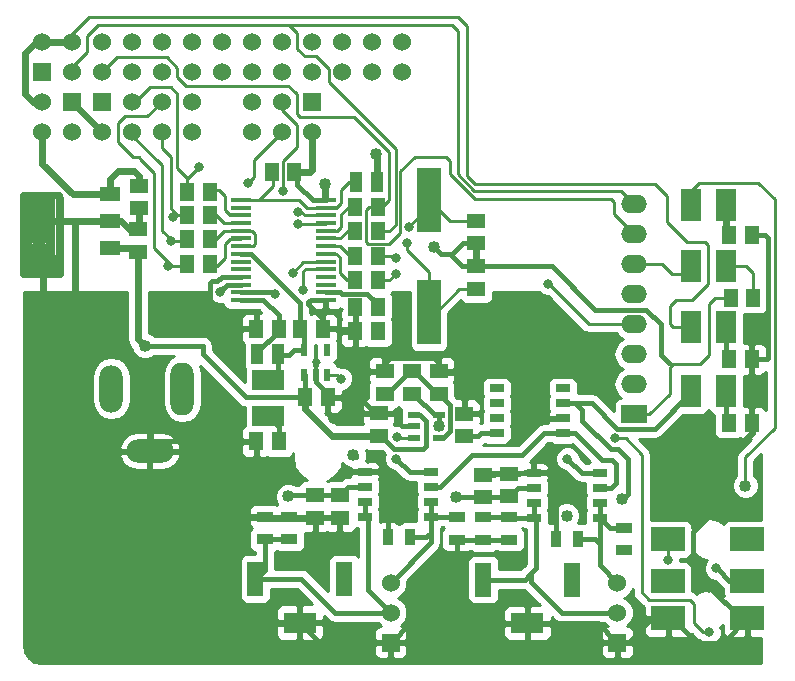
<source format=gtl>
G04 (created by PCBNEW (2013-08-20 BZR 4294)-product) date 9/16/2013 9:24:49 PM*
%MOIN*%
G04 Gerber Fmt 3.4, Leading zero omitted, Abs format*
%FSLAX34Y34*%
G01*
G70*
G90*
G04 APERTURE LIST*
%ADD10C,0.001000*%
%ADD11R,0.055118X0.114173*%
%ADD12R,0.110236X0.070866*%
%ADD13R,0.065000X0.016000*%
%ADD14R,0.060000X0.060000*%
%ADD15C,0.060000*%
%ADD16R,0.039400X0.023600*%
%ADD17R,0.078700X0.216500*%
%ADD18R,0.055000X0.035000*%
%ADD19R,0.035000X0.055000*%
%ADD20R,0.070900X0.051200*%
%ADD21R,0.070900X0.149600*%
%ADD22R,0.051200X0.059000*%
%ADD23R,0.059000X0.051200*%
%ADD24R,0.086600X0.060000*%
%ADD25O,0.086600X0.060000*%
%ADD26R,0.040000X0.070000*%
%ADD27R,0.050000X0.025000*%
%ADD28R,0.023600X0.039400*%
%ADD29R,0.112205X0.078740*%
%ADD30R,0.070700X0.106200*%
%ADD31R,0.106200X0.070700*%
%ADD32O,0.157500X0.078700*%
%ADD33O,0.078700X0.157500*%
%ADD34O,0.078700X0.177200*%
%ADD35C,0.040000*%
%ADD36C,0.032000*%
%ADD37C,0.018000*%
%ADD38C,0.010000*%
%ADD39C,0.024000*%
G04 APERTURE END LIST*
G54D10*
G54D11*
X83031Y-62696D03*
G54D12*
X81555Y-64153D03*
G54D11*
X80078Y-62696D03*
X75440Y-62673D03*
G54D12*
X73964Y-64129D03*
G54D11*
X72488Y-62673D03*
G54D13*
X71992Y-51581D03*
X71992Y-51837D03*
X71992Y-52093D03*
X71992Y-52349D03*
X74826Y-50813D03*
X71992Y-50813D03*
X71992Y-51069D03*
X71992Y-51325D03*
X74826Y-52605D03*
X74826Y-52349D03*
X74826Y-52093D03*
X74826Y-51837D03*
X74826Y-51581D03*
X74826Y-51325D03*
X71992Y-52605D03*
X74826Y-51069D03*
X74826Y-50557D03*
X74826Y-50302D03*
X74826Y-50046D03*
X71992Y-50046D03*
X71992Y-50302D03*
X71992Y-50557D03*
X71992Y-52861D03*
X71992Y-53116D03*
X71992Y-53372D03*
X74826Y-53372D03*
X74826Y-53116D03*
X74826Y-52861D03*
G54D14*
X65385Y-45776D03*
G54D15*
X65385Y-44776D03*
X66385Y-45776D03*
X66385Y-44776D03*
X67385Y-45776D03*
X67385Y-44776D03*
X68385Y-45776D03*
X68385Y-44776D03*
X69385Y-45776D03*
X69385Y-44776D03*
X70385Y-45776D03*
X70385Y-44776D03*
X71385Y-45776D03*
X71385Y-44776D03*
X72385Y-45776D03*
X72385Y-44776D03*
X73385Y-45776D03*
X73385Y-44776D03*
X74385Y-45776D03*
X74385Y-44776D03*
X75385Y-45776D03*
X75385Y-44776D03*
X76385Y-45776D03*
X76385Y-44776D03*
X77385Y-45776D03*
X77385Y-44776D03*
G54D16*
X77772Y-57215D03*
X77772Y-57965D03*
X77772Y-57590D03*
X78604Y-57965D03*
X78604Y-57215D03*
G54D17*
X78275Y-50027D03*
X78275Y-53767D03*
G54D18*
X80084Y-61371D03*
X80084Y-60621D03*
X80940Y-61361D03*
X80940Y-60611D03*
X84783Y-61723D03*
X84783Y-60973D03*
G54D19*
X83245Y-61340D03*
X82495Y-61340D03*
G54D18*
X79208Y-61361D03*
X79208Y-60611D03*
G54D19*
X77644Y-61281D03*
X76894Y-61281D03*
G54D18*
X73608Y-61351D03*
X73608Y-60601D03*
X72801Y-61351D03*
X72801Y-60601D03*
G54D20*
X67627Y-51657D03*
X67627Y-50751D03*
X67627Y-49845D03*
G54D21*
X65265Y-50751D03*
G54D22*
X89028Y-51220D03*
X88278Y-51220D03*
X89024Y-55350D03*
X88274Y-55350D03*
X72514Y-58090D03*
X73264Y-58090D03*
X89028Y-57468D03*
X88278Y-57468D03*
X89075Y-53300D03*
X88325Y-53300D03*
G54D23*
X76594Y-57894D03*
X76594Y-57144D03*
G54D22*
X74140Y-56622D03*
X74890Y-56622D03*
G54D23*
X68582Y-51772D03*
X68582Y-51022D03*
X78592Y-56499D03*
X78592Y-55749D03*
X68592Y-49575D03*
X68592Y-50325D03*
G54D22*
X73975Y-54342D03*
X74725Y-54342D03*
G54D23*
X79448Y-57914D03*
X79448Y-57164D03*
G54D22*
X73256Y-54338D03*
X72506Y-54338D03*
G54D23*
X80074Y-59943D03*
X80074Y-59193D03*
X80950Y-59924D03*
X80950Y-59174D03*
G54D22*
X73034Y-49110D03*
X73784Y-49110D03*
G54D23*
X79838Y-50735D03*
X79838Y-51485D03*
G54D22*
X76556Y-54425D03*
X75806Y-54425D03*
X76556Y-53614D03*
X75806Y-53614D03*
G54D23*
X79850Y-53004D03*
X79850Y-52254D03*
X74474Y-59882D03*
X74474Y-60632D03*
X75301Y-59892D03*
X75301Y-60642D03*
G54D24*
X85118Y-57181D03*
G54D25*
X85118Y-56181D03*
X85118Y-55181D03*
X85118Y-54181D03*
X85118Y-53181D03*
X85118Y-52181D03*
X85118Y-51181D03*
X85118Y-50181D03*
G54D26*
X73243Y-55169D03*
X72543Y-55169D03*
X75839Y-49449D03*
X76539Y-49449D03*
G54D23*
X77696Y-55749D03*
X77696Y-56499D03*
X76791Y-55749D03*
X76791Y-56499D03*
G54D22*
X70215Y-49783D03*
X70965Y-49783D03*
X70215Y-51358D03*
X70965Y-51358D03*
X70219Y-50555D03*
X70969Y-50555D03*
X70215Y-52165D03*
X70965Y-52165D03*
X75817Y-51086D03*
X76567Y-51086D03*
X75810Y-52724D03*
X76560Y-52724D03*
X75817Y-50271D03*
X76567Y-50271D03*
X75817Y-51921D03*
X76567Y-51921D03*
G54D27*
X82727Y-57819D03*
X82727Y-57319D03*
X82727Y-56819D03*
X82727Y-56319D03*
X80527Y-56319D03*
X80527Y-56819D03*
X80527Y-57319D03*
X80527Y-57819D03*
X78340Y-60604D03*
X78340Y-60104D03*
X78340Y-59604D03*
X78340Y-59104D03*
X76140Y-59104D03*
X76140Y-59604D03*
X76140Y-60104D03*
X76140Y-60604D03*
X83963Y-60636D03*
X83963Y-60136D03*
X83963Y-59636D03*
X83963Y-59136D03*
X81763Y-59136D03*
X81763Y-59636D03*
X81763Y-60136D03*
X81763Y-60636D03*
G54D28*
X74117Y-55868D03*
X74867Y-55868D03*
X74492Y-55868D03*
X74867Y-55036D03*
X74117Y-55036D03*
G54D14*
X74380Y-46780D03*
G54D15*
X74380Y-47780D03*
X73380Y-46780D03*
X73380Y-47780D03*
X72380Y-46780D03*
X72380Y-47780D03*
G54D14*
X67388Y-46781D03*
G54D15*
X67388Y-47781D03*
X68388Y-46781D03*
X68388Y-47781D03*
X69388Y-46781D03*
X69388Y-47781D03*
X70388Y-46781D03*
X70388Y-47781D03*
G54D14*
X66385Y-46775D03*
G54D15*
X66385Y-47775D03*
X65385Y-46775D03*
X65385Y-47775D03*
G54D29*
X86244Y-63992D03*
X86244Y-61354D03*
X86244Y-62732D03*
X88881Y-62732D03*
X88881Y-61354D03*
X88881Y-63992D03*
G54D30*
X86996Y-50204D03*
X88176Y-50204D03*
X86996Y-56413D03*
X88176Y-56413D03*
X86992Y-54291D03*
X88172Y-54291D03*
G54D31*
X72913Y-56059D03*
X72913Y-57239D03*
G54D30*
X87000Y-52240D03*
X88180Y-52240D03*
G54D14*
X77000Y-64799D03*
G54D15*
X77000Y-63799D03*
X77000Y-62799D03*
G54D14*
X84555Y-64795D03*
G54D15*
X84555Y-63795D03*
X84555Y-62795D03*
G54D32*
X68968Y-58413D03*
G54D33*
X67688Y-56326D03*
G54D34*
X70051Y-56326D03*
G54D35*
X82864Y-60561D03*
X75748Y-58543D03*
X84720Y-60011D03*
X73578Y-59921D03*
X79169Y-59940D03*
X78622Y-57586D03*
G54D36*
X75059Y-57342D03*
G54D35*
X87618Y-62933D03*
X88622Y-58228D03*
X71850Y-54318D03*
X88818Y-59566D03*
X68803Y-54901D03*
X74803Y-49507D03*
X78444Y-51614D03*
X76500Y-48523D03*
G54D36*
X77216Y-57940D03*
X75342Y-56003D03*
X73740Y-52460D03*
X84480Y-57988D03*
X87618Y-64448D03*
X74074Y-53031D03*
X77188Y-58661D03*
X71318Y-53110D03*
X86240Y-62047D03*
X87854Y-62322D03*
X77165Y-51988D03*
X73405Y-49744D03*
X72224Y-49488D03*
X77165Y-52500D03*
X73897Y-50433D03*
X77590Y-50940D03*
X73917Y-50826D03*
X77547Y-51476D03*
X70610Y-48937D03*
X69586Y-52244D03*
X82244Y-52834D03*
X69724Y-50610D03*
X69665Y-51409D03*
X73137Y-53192D03*
X82889Y-58669D03*
G54D37*
X75826Y-58602D02*
X75807Y-58602D01*
X75807Y-58602D02*
X75748Y-58543D01*
X71992Y-51837D02*
X72349Y-51837D01*
X72349Y-51837D02*
X73975Y-53463D01*
X73975Y-53463D02*
X73975Y-54342D01*
X73243Y-55169D02*
X73243Y-55729D01*
X73243Y-55729D02*
X72913Y-56059D01*
X73243Y-55220D02*
X73602Y-55220D01*
X73786Y-55036D02*
X74117Y-55036D01*
X73602Y-55220D02*
X73786Y-55036D01*
X74117Y-55036D02*
X74117Y-54484D01*
X74117Y-54484D02*
X73975Y-54342D01*
G54D38*
X66385Y-44776D02*
X66385Y-44520D01*
X66385Y-44520D02*
X66948Y-43956D01*
G54D39*
X65385Y-44776D02*
X66385Y-44776D01*
X65172Y-44776D02*
X65385Y-44776D01*
X64818Y-45129D02*
X65172Y-44776D01*
X64818Y-46519D02*
X64818Y-45129D01*
X65385Y-48826D02*
X65385Y-47775D01*
X65074Y-46775D02*
X64818Y-46519D01*
X66404Y-49845D02*
X65385Y-48826D01*
G54D38*
X66948Y-43956D02*
X79232Y-43956D01*
X79232Y-43956D02*
X79527Y-44251D01*
X79527Y-44251D02*
X79527Y-49232D01*
X79527Y-49232D02*
X79803Y-49507D01*
X79803Y-49507D02*
X85807Y-49507D01*
X85807Y-49507D02*
X86200Y-49901D01*
X86200Y-49901D02*
X86200Y-50767D01*
X86200Y-50767D02*
X86870Y-51437D01*
X86870Y-51437D02*
X87460Y-51437D01*
X87460Y-51437D02*
X87578Y-51555D01*
X87578Y-51555D02*
X87578Y-52854D01*
X87578Y-52854D02*
X87047Y-53385D01*
G54D37*
X83059Y-56819D02*
X83709Y-56819D01*
X86996Y-56456D02*
X86996Y-56413D01*
X85791Y-57661D02*
X86996Y-56456D01*
X84551Y-57661D02*
X85791Y-57661D01*
X83709Y-56819D02*
X84551Y-57661D01*
X82727Y-56819D02*
X83059Y-56819D01*
X83059Y-56819D02*
X83150Y-56819D01*
X84901Y-59830D02*
X84720Y-60011D01*
X84901Y-58673D02*
X84901Y-59830D01*
X84578Y-58350D02*
X84901Y-58673D01*
X84330Y-58350D02*
X84578Y-58350D01*
X83389Y-57409D02*
X84330Y-58350D01*
X83389Y-57059D02*
X83389Y-57409D01*
X83150Y-56819D02*
X83389Y-57059D01*
X73617Y-59882D02*
X74474Y-59882D01*
X73578Y-59921D02*
X73617Y-59882D01*
X78604Y-57215D02*
X78604Y-57569D01*
X79172Y-59943D02*
X80074Y-59943D01*
X79169Y-59940D02*
X79172Y-59943D01*
X78604Y-57569D02*
X78622Y-57586D01*
X74474Y-59882D02*
X75291Y-59882D01*
X75291Y-59882D02*
X75569Y-59604D01*
X75569Y-59604D02*
X76140Y-59604D01*
X80074Y-59943D02*
X80931Y-59943D01*
X80931Y-59943D02*
X81238Y-59636D01*
X81238Y-59636D02*
X81763Y-59636D01*
X78604Y-57215D02*
X78463Y-57215D01*
X77747Y-56499D02*
X77696Y-56499D01*
X78463Y-57215D02*
X77747Y-56499D01*
X75059Y-57342D02*
X75078Y-57322D01*
X74890Y-56622D02*
X74890Y-57146D01*
X75059Y-57314D02*
X75059Y-57342D01*
X74890Y-57146D02*
X75059Y-57314D01*
X87066Y-61102D02*
X87834Y-60334D01*
X87618Y-62933D02*
X87618Y-62874D01*
X87618Y-62874D02*
X87066Y-62322D01*
X87066Y-62322D02*
X87066Y-61102D01*
X87834Y-59015D02*
X88622Y-58228D01*
X87834Y-60334D02*
X87834Y-59015D01*
X88677Y-63992D02*
X88881Y-63992D01*
X87618Y-62933D02*
X88677Y-63992D01*
G54D39*
X65354Y-51870D02*
X65492Y-51870D01*
X65492Y-51870D02*
X65688Y-51673D01*
X64921Y-51870D02*
X65354Y-51870D01*
X65354Y-51870D02*
X65472Y-51870D01*
X65688Y-52086D02*
X65688Y-52106D01*
X65472Y-51870D02*
X65688Y-52086D01*
X64724Y-52106D02*
X65688Y-52106D01*
X65688Y-52106D02*
X65807Y-52106D01*
X65807Y-52106D02*
X65826Y-52125D01*
X64724Y-52283D02*
X65708Y-52283D01*
X65708Y-52283D02*
X65787Y-52362D01*
X65393Y-52500D02*
X65393Y-53366D01*
X65393Y-53366D02*
X65413Y-53385D01*
X65265Y-50751D02*
X65265Y-51407D01*
X65265Y-51407D02*
X65039Y-51633D01*
X65354Y-52007D02*
X65354Y-50839D01*
X65354Y-50839D02*
X65265Y-50751D01*
X64921Y-51633D02*
X65039Y-51633D01*
X65039Y-51633D02*
X65492Y-51633D01*
X65492Y-51633D02*
X65688Y-51437D01*
X64724Y-49881D02*
X65905Y-49881D01*
X64724Y-52480D02*
X64744Y-52500D01*
X64744Y-52500D02*
X65393Y-52500D01*
X65393Y-52500D02*
X65964Y-52500D01*
X65964Y-52500D02*
X65964Y-49960D01*
X65964Y-49960D02*
X65866Y-49862D01*
X65866Y-49862D02*
X65925Y-49862D01*
X64724Y-49881D02*
X64724Y-52106D01*
X64724Y-52106D02*
X64724Y-52283D01*
X64724Y-52283D02*
X64724Y-52480D01*
X65905Y-49881D02*
X65925Y-49862D01*
X65265Y-50751D02*
X65265Y-50246D01*
X65472Y-50039D02*
X65472Y-49862D01*
X65265Y-50246D02*
X65472Y-50039D01*
X64921Y-49862D02*
X64921Y-51633D01*
X64921Y-51633D02*
X64921Y-51870D01*
X64921Y-51870D02*
X64921Y-51968D01*
X64921Y-51968D02*
X64980Y-52027D01*
X65925Y-49862D02*
X65925Y-51889D01*
X65925Y-51889D02*
X65826Y-51988D01*
X65688Y-50000D02*
X65688Y-51437D01*
X65688Y-51437D02*
X65688Y-51673D01*
X65688Y-51673D02*
X65688Y-52185D01*
X65688Y-52185D02*
X65748Y-52244D01*
X65925Y-49862D02*
X65472Y-49862D01*
X65472Y-49862D02*
X64921Y-49862D01*
X64921Y-49862D02*
X64862Y-49862D01*
X89028Y-57468D02*
X89028Y-57821D01*
X89028Y-57821D02*
X88622Y-58228D01*
X74474Y-60632D02*
X72832Y-60632D01*
X72832Y-60632D02*
X72801Y-60601D01*
X72801Y-60601D02*
X71745Y-60601D01*
X71745Y-60601D02*
X71625Y-60720D01*
X71625Y-60720D02*
X71625Y-63405D01*
X71625Y-63405D02*
X72350Y-64129D01*
X72350Y-64129D02*
X73964Y-64129D01*
G54D37*
X71992Y-52605D02*
X71370Y-52605D01*
X71370Y-52605D02*
X71220Y-52755D01*
X71220Y-52755D02*
X71023Y-52755D01*
X71023Y-52755D02*
X70964Y-52814D01*
X70964Y-52814D02*
X70964Y-53433D01*
X70964Y-53433D02*
X71850Y-54318D01*
X89028Y-51220D02*
X89480Y-51220D01*
X89543Y-55350D02*
X89024Y-55350D01*
X89582Y-55311D02*
X89543Y-55350D01*
X89582Y-51322D02*
X89582Y-55311D01*
X89480Y-51220D02*
X89582Y-51322D01*
X89028Y-57468D02*
X89028Y-55354D01*
X89028Y-55354D02*
X89024Y-55350D01*
X72514Y-58090D02*
X69291Y-58090D01*
X69291Y-58090D02*
X68968Y-58413D01*
X76894Y-61281D02*
X76894Y-59375D01*
X76624Y-59104D02*
X76140Y-59104D01*
X76894Y-59375D02*
X76624Y-59104D01*
X82495Y-61340D02*
X82495Y-59376D01*
X82254Y-59136D02*
X81763Y-59136D01*
X82495Y-59376D02*
X82254Y-59136D01*
X79208Y-61361D02*
X79208Y-63775D01*
X79208Y-63775D02*
X79586Y-64153D01*
X79208Y-61361D02*
X80940Y-61361D01*
X72801Y-60601D02*
X71745Y-60601D01*
X71745Y-60601D02*
X71625Y-60720D01*
X71625Y-60720D02*
X71625Y-63405D01*
X71625Y-63405D02*
X72350Y-64129D01*
X72350Y-64129D02*
X73964Y-64129D01*
X72801Y-60601D02*
X75259Y-60601D01*
X75259Y-60601D02*
X75301Y-60642D01*
G54D39*
X68968Y-58413D02*
X68968Y-56011D01*
X66460Y-53503D02*
X66460Y-50751D01*
X68968Y-56011D02*
X66460Y-53503D01*
G54D37*
X86244Y-63992D02*
X85720Y-63992D01*
X84917Y-64795D02*
X84555Y-64795D01*
X85720Y-63992D02*
X84917Y-64795D01*
X77000Y-64799D02*
X74633Y-64799D01*
X74633Y-64799D02*
X73964Y-64129D01*
X81555Y-64153D02*
X83913Y-64153D01*
X83913Y-64153D02*
X84555Y-64795D01*
X81555Y-64153D02*
X79586Y-64153D01*
X79586Y-64153D02*
X77645Y-64153D01*
X77645Y-64153D02*
X77000Y-64799D01*
X81763Y-59136D02*
X80132Y-59136D01*
X80132Y-59136D02*
X80074Y-59193D01*
X82727Y-57319D02*
X82044Y-57319D01*
X80870Y-55803D02*
X79153Y-55803D01*
X81275Y-56208D02*
X80870Y-55803D01*
X81275Y-56551D02*
X81275Y-56208D01*
X82044Y-57319D02*
X81275Y-56551D01*
X79448Y-57164D02*
X79448Y-56098D01*
X78646Y-55803D02*
X78592Y-55749D01*
X79153Y-55803D02*
X78646Y-55803D01*
X79448Y-56098D02*
X79153Y-55803D01*
X78592Y-55749D02*
X78592Y-55454D01*
X76791Y-55472D02*
X76791Y-55749D01*
X76960Y-55303D02*
X76791Y-55472D01*
X78440Y-55303D02*
X76960Y-55303D01*
X78592Y-55454D02*
X78440Y-55303D01*
X76791Y-57166D02*
X76504Y-57166D01*
X76224Y-56901D02*
X75685Y-56362D01*
X76240Y-56901D02*
X76224Y-56901D01*
X76504Y-57166D02*
X76240Y-56901D01*
X77772Y-57590D02*
X77374Y-57590D01*
X77166Y-57166D02*
X76791Y-57166D01*
X77236Y-57236D02*
X77166Y-57166D01*
X77236Y-57452D02*
X77236Y-57236D01*
X77374Y-57590D02*
X77236Y-57452D01*
X74826Y-53372D02*
X74324Y-53372D01*
X74725Y-53993D02*
X74725Y-54342D01*
X74255Y-53523D02*
X74725Y-53993D01*
X74255Y-53440D02*
X74255Y-53523D01*
X74324Y-53372D02*
X74255Y-53440D01*
X72506Y-54338D02*
X71870Y-54338D01*
X71870Y-54338D02*
X71850Y-54318D01*
X76791Y-55749D02*
X76006Y-55749D01*
X76006Y-55749D02*
X75806Y-55949D01*
X74890Y-56622D02*
X75425Y-56622D01*
X75425Y-56622D02*
X75685Y-56362D01*
X75806Y-56241D02*
X75806Y-55949D01*
X75685Y-56362D02*
X75806Y-56241D01*
X75806Y-55949D02*
X75806Y-54425D01*
X75806Y-54425D02*
X75806Y-53614D01*
X74725Y-54342D02*
X75723Y-54342D01*
X75723Y-54342D02*
X75806Y-54425D01*
X74492Y-55868D02*
X74492Y-56118D01*
X74890Y-56516D02*
X74890Y-56622D01*
X74492Y-56118D02*
X74890Y-56516D01*
G54D39*
X65265Y-50751D02*
X66460Y-50751D01*
X66460Y-50751D02*
X67627Y-50751D01*
X68592Y-50325D02*
X68592Y-51012D01*
X68592Y-51012D02*
X68582Y-51022D01*
X67627Y-50751D02*
X68003Y-50751D01*
X68274Y-51022D02*
X68582Y-51022D01*
X68003Y-50751D02*
X68274Y-51022D01*
G54D37*
X86244Y-63992D02*
X86374Y-63992D01*
X88062Y-64811D02*
X88881Y-63992D01*
X87192Y-64811D02*
X88062Y-64811D01*
X86374Y-63992D02*
X87192Y-64811D01*
G54D38*
X86996Y-50204D02*
X86996Y-49755D01*
X88818Y-58622D02*
X88818Y-59566D01*
X89803Y-57637D02*
X88818Y-58622D01*
X89803Y-50019D02*
X89803Y-57637D01*
X89251Y-49468D02*
X89803Y-50019D01*
X87283Y-49468D02*
X89251Y-49468D01*
X86996Y-49755D02*
X87283Y-49468D01*
G54D39*
X74140Y-56622D02*
X74140Y-56995D01*
X75040Y-57894D02*
X76594Y-57894D01*
X74140Y-56995D02*
X75040Y-57894D01*
G54D37*
X72448Y-56622D02*
X72165Y-56622D01*
X68803Y-54901D02*
X70728Y-54901D01*
X72448Y-56622D02*
X74140Y-56622D01*
X70728Y-55185D02*
X70728Y-54901D01*
X72165Y-56622D02*
X70728Y-55185D01*
X76594Y-57894D02*
X76682Y-57894D01*
X76682Y-57894D02*
X77122Y-58334D01*
X77122Y-58334D02*
X78082Y-58334D01*
X78082Y-58334D02*
X78173Y-58244D01*
X78173Y-58244D02*
X78173Y-57405D01*
X78173Y-57405D02*
X77983Y-57215D01*
X77983Y-57215D02*
X77772Y-57215D01*
X74140Y-56622D02*
X74140Y-55892D01*
X74140Y-55892D02*
X74117Y-55868D01*
G54D39*
X67627Y-51657D02*
X68467Y-51657D01*
X68467Y-51657D02*
X68582Y-51772D01*
X68582Y-54681D02*
X68582Y-51772D01*
X68803Y-54901D02*
X68582Y-54681D01*
G54D37*
X79850Y-52254D02*
X82373Y-52254D01*
X86003Y-55216D02*
X86279Y-55492D01*
X86003Y-54192D02*
X86003Y-55216D01*
X85511Y-53700D02*
X86003Y-54192D01*
X83818Y-53700D02*
X85511Y-53700D01*
X82373Y-52254D02*
X83818Y-53700D01*
X79850Y-52254D02*
X79380Y-52254D01*
X79380Y-52254D02*
X78976Y-51850D01*
X78681Y-51850D02*
X78976Y-51850D01*
X78444Y-51614D02*
X78681Y-51850D01*
X78976Y-51850D02*
X79055Y-51850D01*
X79055Y-51850D02*
X79420Y-51485D01*
X79420Y-51485D02*
X79838Y-51485D01*
G54D39*
X74803Y-49507D02*
X74803Y-49921D01*
X74803Y-49921D02*
X74822Y-49940D01*
X74826Y-49531D02*
X74803Y-49507D01*
G54D38*
X88325Y-53300D02*
X87800Y-53300D01*
X85618Y-57181D02*
X85118Y-57181D01*
X86300Y-56500D02*
X85618Y-57181D01*
X86300Y-55600D02*
X86300Y-56500D01*
X86400Y-55500D02*
X86300Y-55600D01*
X87300Y-55500D02*
X86400Y-55500D01*
X87600Y-55200D02*
X87300Y-55500D01*
X87600Y-53500D02*
X87600Y-55200D01*
X87800Y-53300D02*
X87600Y-53500D01*
G54D37*
X74826Y-50046D02*
X74393Y-50046D01*
X73885Y-49211D02*
X73784Y-49110D01*
X73885Y-49539D02*
X73885Y-49211D01*
X74393Y-50046D02*
X73885Y-49539D01*
G54D39*
X73784Y-49110D02*
X74303Y-49110D01*
X74303Y-49110D02*
X74380Y-49033D01*
X74380Y-49033D02*
X74380Y-47780D01*
X79850Y-52254D02*
X79850Y-51850D01*
X79850Y-51850D02*
X79850Y-51497D01*
X79850Y-51497D02*
X79838Y-51485D01*
G54D38*
X79850Y-51497D02*
X79838Y-51485D01*
G54D39*
X67388Y-47781D02*
X67388Y-47778D01*
X67388Y-47778D02*
X66385Y-46775D01*
G54D37*
X76539Y-48563D02*
X76500Y-48523D01*
X76500Y-48523D02*
X76539Y-48563D01*
G54D38*
X85118Y-52181D02*
X86051Y-52181D01*
X86051Y-52181D02*
X86385Y-52515D01*
X86385Y-52515D02*
X86992Y-52515D01*
X77772Y-57965D02*
X77241Y-57965D01*
X77241Y-57965D02*
X77216Y-57940D01*
X74867Y-55868D02*
X75207Y-55868D01*
X75207Y-55868D02*
X75342Y-56003D01*
X73858Y-47165D02*
X73858Y-46515D01*
X70708Y-46228D02*
X70181Y-46228D01*
X70181Y-46228D02*
X69881Y-45929D01*
X69881Y-45929D02*
X69881Y-45633D01*
X69881Y-45633D02*
X69531Y-45283D01*
X69531Y-45283D02*
X67878Y-45283D01*
X67385Y-45776D02*
X67878Y-45283D01*
X76716Y-50271D02*
X76952Y-50035D01*
X76952Y-50035D02*
X76952Y-48452D01*
X76952Y-48452D02*
X75779Y-47279D01*
X75779Y-47279D02*
X73972Y-47279D01*
X76716Y-50271D02*
X76567Y-50271D01*
X73570Y-46228D02*
X73799Y-46456D01*
X73858Y-47165D02*
X73972Y-47279D01*
X70708Y-46228D02*
X73570Y-46228D01*
X73858Y-46515D02*
X73799Y-46456D01*
X85118Y-51181D02*
X85110Y-51181D01*
X76279Y-50271D02*
X76567Y-50271D01*
X76177Y-50374D02*
X76279Y-50271D01*
X76177Y-51440D02*
X76177Y-50374D01*
X76251Y-51515D02*
X76177Y-51440D01*
X76948Y-51515D02*
X76251Y-51515D01*
X77318Y-51145D02*
X76948Y-51515D01*
X77318Y-49086D02*
X77318Y-51145D01*
X77791Y-48614D02*
X77318Y-49086D01*
X78838Y-48614D02*
X77791Y-48614D01*
X78980Y-48755D02*
X78838Y-48614D01*
X78980Y-49188D02*
X78980Y-48755D01*
X79803Y-50011D02*
X78980Y-49188D01*
X84334Y-50011D02*
X79803Y-50011D01*
X84433Y-50110D02*
X84334Y-50011D01*
X84433Y-50503D02*
X84433Y-50110D01*
X85110Y-51181D02*
X84433Y-50503D01*
X73614Y-44212D02*
X79035Y-44212D01*
X84677Y-49740D02*
X85118Y-50181D01*
X79783Y-49740D02*
X84677Y-49740D01*
X79228Y-49185D02*
X79783Y-49740D01*
X79228Y-44405D02*
X79228Y-49185D01*
X79035Y-44212D02*
X79228Y-44405D01*
X66385Y-45776D02*
X66385Y-45598D01*
X76952Y-51086D02*
X76567Y-51086D01*
X77161Y-50877D02*
X76952Y-51086D01*
X77161Y-48334D02*
X77161Y-50877D01*
X74925Y-46098D02*
X77161Y-48334D01*
X74925Y-45673D02*
X74925Y-46098D01*
X74507Y-45255D02*
X74925Y-45673D01*
X74129Y-45255D02*
X74507Y-45255D01*
X73889Y-45015D02*
X74129Y-45255D01*
X73889Y-44488D02*
X73889Y-45015D01*
X73606Y-44204D02*
X73614Y-44212D01*
X73614Y-44212D02*
X73889Y-44488D01*
X70685Y-44204D02*
X73606Y-44204D01*
X70669Y-44220D02*
X70685Y-44204D01*
X67228Y-44220D02*
X70669Y-44220D01*
X66870Y-44578D02*
X67228Y-44220D01*
X66870Y-45114D02*
X66870Y-44578D01*
X66385Y-45598D02*
X66870Y-45114D01*
X73740Y-52460D02*
X74074Y-52125D01*
X74794Y-52125D02*
X74826Y-52093D01*
X74074Y-52125D02*
X74794Y-52125D01*
X84480Y-57988D02*
X84826Y-57988D01*
X73774Y-52487D02*
X73740Y-52460D01*
X85366Y-58874D02*
X85366Y-63122D01*
X85366Y-63122D02*
X85614Y-63370D01*
X85614Y-63370D02*
X86960Y-63370D01*
X86960Y-63370D02*
X87090Y-63500D01*
X87090Y-63500D02*
X87090Y-64141D01*
X87090Y-64141D02*
X87397Y-64448D01*
X87397Y-64448D02*
X87618Y-64448D01*
X85366Y-58527D02*
X85366Y-58874D01*
X84826Y-57988D02*
X85366Y-58527D01*
X74074Y-53031D02*
X74074Y-52421D01*
X74146Y-52349D02*
X74826Y-52349D01*
X74094Y-52401D02*
X74146Y-52349D01*
X74074Y-52421D02*
X74094Y-52401D01*
X74074Y-53031D02*
X74091Y-53014D01*
G54D37*
X71318Y-53110D02*
X71318Y-53090D01*
X78340Y-59104D02*
X77631Y-59104D01*
X77188Y-58661D02*
X77631Y-59104D01*
X71547Y-52861D02*
X71992Y-52861D01*
X71318Y-53090D02*
X71547Y-52861D01*
X79448Y-57914D02*
X79912Y-57914D01*
X80007Y-57819D02*
X80527Y-57819D01*
X79912Y-57914D02*
X80007Y-57819D01*
G54D38*
X75817Y-51921D02*
X75645Y-51921D01*
X75306Y-51581D02*
X74826Y-51581D01*
X75645Y-51921D02*
X75306Y-51581D01*
X86244Y-61354D02*
X86244Y-62043D01*
X86244Y-62043D02*
X86240Y-62047D01*
G54D37*
X87854Y-62322D02*
X87893Y-62342D01*
X88283Y-62732D02*
X88881Y-62732D01*
X87893Y-62342D02*
X88283Y-62732D01*
X87830Y-62346D02*
X87854Y-62322D01*
G54D38*
X73380Y-46780D02*
X73380Y-47041D01*
X77098Y-51921D02*
X76567Y-51921D01*
X77165Y-51988D02*
X77098Y-51921D01*
X73405Y-48759D02*
X73405Y-49744D01*
X73543Y-48622D02*
X73405Y-48759D01*
X73877Y-48287D02*
X73543Y-48622D01*
X73877Y-47539D02*
X73877Y-48287D01*
X73380Y-47041D02*
X73877Y-47539D01*
G54D37*
X88176Y-56413D02*
X88176Y-57366D01*
X88176Y-57366D02*
X88278Y-57468D01*
X88172Y-54291D02*
X88172Y-55248D01*
X88172Y-55248D02*
X88274Y-55350D01*
X72913Y-57239D02*
X72913Y-57244D01*
X73264Y-57595D02*
X73264Y-58090D01*
X72913Y-57244D02*
X73264Y-57595D01*
G54D39*
X76539Y-49449D02*
X76539Y-48563D01*
X88176Y-50204D02*
X88176Y-51118D01*
X88176Y-51118D02*
X88278Y-51220D01*
G54D38*
X88180Y-52240D02*
X88840Y-52240D01*
X89075Y-52475D02*
X89075Y-53300D01*
X88840Y-52240D02*
X89075Y-52475D01*
G54D37*
X78604Y-57965D02*
X78754Y-57965D01*
X78976Y-56882D02*
X78592Y-56499D01*
X78976Y-57744D02*
X78976Y-56882D01*
X78754Y-57965D02*
X78976Y-57744D01*
X77696Y-55749D02*
X77776Y-55749D01*
X78526Y-56499D02*
X78592Y-56499D01*
X77776Y-55749D02*
X78526Y-56499D01*
X76791Y-56499D02*
X76882Y-56499D01*
X77632Y-55749D02*
X77696Y-55749D01*
X76882Y-56499D02*
X77632Y-55749D01*
G54D38*
X76560Y-52724D02*
X76940Y-52724D01*
X72440Y-48719D02*
X73380Y-47780D01*
X72440Y-49271D02*
X72440Y-48719D01*
X72224Y-49488D02*
X72440Y-49271D01*
X76940Y-52724D02*
X77165Y-52500D01*
X86417Y-54291D02*
X86992Y-54291D01*
X86318Y-54192D02*
X86417Y-54291D01*
X86318Y-53562D02*
X86318Y-54192D01*
X86496Y-53385D02*
X86318Y-53562D01*
X87047Y-53385D02*
X86496Y-53385D01*
G54D39*
X65385Y-46775D02*
X65074Y-46775D01*
X67627Y-49845D02*
X66404Y-49845D01*
X68592Y-49575D02*
X68592Y-49246D01*
X67627Y-49356D02*
X67627Y-49845D01*
X67905Y-49078D02*
X67627Y-49356D01*
X68425Y-49078D02*
X67905Y-49078D01*
X68592Y-49246D02*
X68425Y-49078D01*
G54D37*
X72801Y-61351D02*
X72801Y-62360D01*
X72801Y-62360D02*
X72488Y-62673D01*
X72801Y-61351D02*
X73608Y-61351D01*
X77000Y-63799D02*
X75141Y-63799D01*
X74015Y-62673D02*
X72488Y-62673D01*
X75141Y-63799D02*
X74015Y-62673D01*
X76140Y-60104D02*
X76140Y-60604D01*
X76140Y-60604D02*
X76240Y-60704D01*
X76240Y-60704D02*
X76240Y-63039D01*
X76240Y-63039D02*
X77000Y-63799D01*
X74826Y-53116D02*
X75321Y-53116D01*
X76556Y-53524D02*
X76556Y-53614D01*
X76200Y-53169D02*
X76556Y-53524D01*
X75374Y-53169D02*
X76200Y-53169D01*
X75321Y-53116D02*
X75374Y-53169D01*
X73256Y-54338D02*
X73256Y-53890D01*
X72738Y-53372D02*
X71992Y-53372D01*
X73256Y-53890D02*
X72738Y-53372D01*
X72543Y-55220D02*
X72543Y-55117D01*
X73256Y-54404D02*
X73256Y-54338D01*
X72543Y-55117D02*
X73256Y-54404D01*
G54D38*
X70969Y-49712D02*
X71271Y-49712D01*
X71636Y-50557D02*
X71992Y-50557D01*
X71464Y-50385D02*
X71636Y-50557D01*
X71464Y-49905D02*
X71464Y-50385D01*
X71271Y-49712D02*
X71464Y-49905D01*
G54D37*
X77644Y-61281D02*
X78187Y-61281D01*
X78187Y-61281D02*
X78340Y-61128D01*
X78340Y-60604D02*
X78340Y-61128D01*
X78340Y-61128D02*
X78340Y-61459D01*
X78340Y-61459D02*
X77000Y-62799D01*
X78340Y-60104D02*
X78340Y-60604D01*
X78340Y-60604D02*
X78347Y-60611D01*
X78347Y-60611D02*
X79208Y-60611D01*
G54D38*
X75817Y-50271D02*
X75598Y-50271D01*
X75221Y-51069D02*
X74826Y-51069D01*
X75354Y-50937D02*
X75221Y-51069D01*
X75354Y-50515D02*
X75354Y-50937D01*
X75598Y-50271D02*
X75354Y-50515D01*
X73897Y-50433D02*
X74015Y-50433D01*
X74140Y-50557D02*
X74826Y-50557D01*
X74015Y-50433D02*
X74140Y-50557D01*
X78275Y-50027D02*
X78275Y-50255D01*
X73897Y-50433D02*
X73899Y-50431D01*
X78275Y-50255D02*
X77590Y-50940D01*
X79838Y-50735D02*
X78983Y-50735D01*
X78983Y-50735D02*
X78275Y-50027D01*
X74826Y-50302D02*
X74204Y-50302D01*
X73948Y-50046D02*
X71992Y-50046D01*
X74204Y-50302D02*
X73948Y-50046D01*
X74826Y-50302D02*
X75177Y-50302D01*
X75609Y-49449D02*
X75839Y-49449D01*
X75346Y-49712D02*
X75609Y-49449D01*
X75346Y-50133D02*
X75346Y-49712D01*
X75177Y-50302D02*
X75346Y-50133D01*
X71992Y-50046D02*
X72591Y-50046D01*
X72591Y-50046D02*
X73062Y-49575D01*
X73062Y-49575D02*
X73062Y-49181D01*
X75810Y-52724D02*
X75539Y-52724D01*
X75188Y-51837D02*
X74826Y-51837D01*
X75303Y-51952D02*
X75188Y-51837D01*
X75303Y-52488D02*
X75303Y-51952D01*
X75539Y-52724D02*
X75303Y-52488D01*
X75817Y-51086D02*
X75559Y-51086D01*
X75320Y-51325D02*
X74826Y-51325D01*
X75559Y-51086D02*
X75320Y-51325D01*
X70969Y-52248D02*
X71208Y-52248D01*
X71967Y-51350D02*
X71992Y-51325D01*
X71625Y-51350D02*
X71967Y-51350D01*
X71472Y-51503D02*
X71625Y-51350D01*
X71472Y-51984D02*
X71472Y-51503D01*
X71208Y-52248D02*
X71472Y-51984D01*
X71992Y-51069D02*
X72360Y-51069D01*
X72394Y-51581D02*
X71992Y-51581D01*
X72476Y-51500D02*
X72394Y-51581D01*
X72476Y-51185D02*
X72476Y-51500D01*
X72360Y-51069D02*
X72476Y-51185D01*
X70969Y-51409D02*
X71110Y-51409D01*
X71450Y-51069D02*
X71992Y-51069D01*
X71110Y-51409D02*
X71450Y-51069D01*
X73917Y-50826D02*
X74813Y-50826D01*
X74813Y-50826D02*
X74826Y-50813D01*
X73917Y-50826D02*
X74074Y-50826D01*
X78275Y-52452D02*
X77547Y-51724D01*
X78275Y-53767D02*
X78275Y-52452D01*
X77547Y-51724D02*
X77547Y-51476D01*
X78275Y-53767D02*
X78523Y-53767D01*
X79286Y-53004D02*
X79850Y-53004D01*
X78523Y-53767D02*
X79286Y-53004D01*
G54D37*
X83245Y-61340D02*
X83809Y-61340D01*
X83809Y-61340D02*
X83963Y-61495D01*
X83963Y-60636D02*
X83963Y-61495D01*
X83963Y-61495D02*
X83963Y-62203D01*
X83963Y-62203D02*
X84555Y-62795D01*
X83963Y-60136D02*
X83963Y-60636D01*
X83963Y-60636D02*
X84300Y-60973D01*
X84300Y-60973D02*
X84783Y-60973D01*
X80940Y-60611D02*
X80094Y-60611D01*
X80094Y-60611D02*
X80084Y-60621D01*
X81763Y-60636D02*
X80965Y-60636D01*
X80965Y-60636D02*
X80940Y-60611D01*
X84555Y-63795D02*
X82692Y-63795D01*
X81669Y-62771D02*
X81669Y-62488D01*
X82692Y-63795D02*
X81669Y-62771D01*
X81763Y-60136D02*
X81763Y-60636D01*
X81763Y-60636D02*
X81850Y-60723D01*
X81850Y-60723D02*
X81850Y-62307D01*
X81850Y-62307D02*
X81669Y-62488D01*
X81669Y-62488D02*
X81460Y-62696D01*
X81460Y-62696D02*
X80078Y-62696D01*
G54D38*
X70969Y-50555D02*
X71185Y-50555D01*
X71443Y-50813D02*
X71992Y-50813D01*
X71185Y-50555D02*
X71443Y-50813D01*
X70219Y-49712D02*
X70219Y-49327D01*
X70219Y-49327D02*
X70610Y-48937D01*
X68388Y-46781D02*
X68458Y-46781D01*
X70219Y-49321D02*
X70219Y-49712D01*
X69889Y-48992D02*
X70219Y-49321D01*
X69889Y-46507D02*
X69889Y-48992D01*
X69661Y-46279D02*
X69889Y-46507D01*
X68960Y-46279D02*
X69661Y-46279D01*
X68458Y-46781D02*
X68960Y-46279D01*
X69291Y-51830D02*
X69114Y-51653D01*
X69114Y-49133D02*
X68681Y-48700D01*
X69114Y-51653D02*
X69114Y-49133D01*
X70219Y-52248D02*
X69590Y-52248D01*
X69590Y-52248D02*
X69586Y-52244D01*
X69388Y-46781D02*
X69360Y-46781D01*
X68590Y-48610D02*
X68681Y-48700D01*
X68401Y-48610D02*
X68590Y-48610D01*
X67901Y-48110D02*
X68401Y-48610D01*
X67901Y-47488D02*
X67901Y-48110D01*
X68129Y-47259D02*
X67901Y-47488D01*
X68881Y-47259D02*
X68129Y-47259D01*
X69360Y-46781D02*
X68881Y-47259D01*
X69708Y-52248D02*
X70219Y-52248D01*
X69283Y-51822D02*
X69291Y-51830D01*
X69291Y-51830D02*
X69708Y-52248D01*
X82244Y-52834D02*
X82263Y-52854D01*
X85118Y-54181D02*
X83590Y-54181D01*
X83590Y-54181D02*
X82263Y-52854D01*
X69779Y-50555D02*
X70219Y-50555D01*
X69724Y-50610D02*
X69779Y-50555D01*
X70219Y-50555D02*
X69893Y-50555D01*
X69388Y-48325D02*
X69388Y-47781D01*
X69685Y-48622D02*
X69388Y-48325D01*
X69685Y-50346D02*
X69685Y-48622D01*
X69893Y-50555D02*
X69685Y-50346D01*
X69665Y-51409D02*
X69665Y-51358D01*
X69370Y-48889D02*
X69291Y-48811D01*
X69370Y-51062D02*
X69370Y-48897D01*
X68388Y-47908D02*
X68388Y-47781D01*
X68388Y-47908D02*
X69291Y-48811D01*
X69370Y-48897D02*
X69370Y-48889D01*
X69665Y-51358D02*
X69370Y-51062D01*
X70219Y-51409D02*
X69665Y-51409D01*
X69665Y-51409D02*
X69653Y-51409D01*
X69653Y-51409D02*
X69645Y-51417D01*
X69708Y-51409D02*
X70219Y-51409D01*
G54D37*
X83963Y-59136D02*
X83356Y-59136D01*
X73061Y-53116D02*
X71992Y-53116D01*
X73137Y-53192D02*
X73061Y-53116D01*
X83356Y-59136D02*
X82889Y-58669D01*
X78340Y-59604D02*
X78643Y-59604D01*
X82101Y-57819D02*
X82727Y-57819D01*
X81381Y-58539D02*
X82101Y-57819D01*
X79708Y-58539D02*
X81381Y-58539D01*
X78643Y-59604D02*
X79708Y-58539D01*
X82727Y-57819D02*
X83154Y-57819D01*
X84351Y-59636D02*
X83963Y-59636D01*
X84511Y-59476D02*
X84351Y-59636D01*
X84511Y-58858D02*
X84511Y-59476D01*
X84370Y-58716D02*
X84511Y-58858D01*
X84051Y-58716D02*
X84370Y-58716D01*
X83154Y-57819D02*
X84051Y-58716D01*
G54D10*
G36*
X72678Y-53793D02*
X72619Y-53793D01*
X72556Y-53856D01*
X72556Y-54288D01*
X72564Y-54288D01*
X72564Y-54388D01*
X72556Y-54388D01*
X72556Y-54396D01*
X72456Y-54396D01*
X72456Y-54388D01*
X72456Y-54288D01*
X72456Y-53856D01*
X72394Y-53793D01*
X72201Y-53793D01*
X72109Y-53831D01*
X72038Y-53901D01*
X72000Y-53993D01*
X72000Y-54093D01*
X72000Y-54226D01*
X72063Y-54288D01*
X72456Y-54288D01*
X72456Y-54388D01*
X72063Y-54388D01*
X72000Y-54451D01*
X72000Y-54583D01*
X72000Y-54683D01*
X72038Y-54775D01*
X72093Y-54829D01*
X72093Y-54869D01*
X72093Y-55569D01*
X72131Y-55660D01*
X72132Y-55661D01*
X72132Y-55755D01*
X72132Y-56108D01*
X71068Y-55044D01*
X71068Y-54901D01*
X71042Y-54771D01*
X70968Y-54661D01*
X70858Y-54587D01*
X70728Y-54561D01*
X69099Y-54561D01*
X69058Y-54520D01*
X68952Y-54476D01*
X68952Y-53101D01*
X70908Y-53101D01*
X70908Y-53191D01*
X70971Y-53342D01*
X71086Y-53457D01*
X71236Y-53520D01*
X71400Y-53520D01*
X71421Y-53511D01*
X71455Y-53594D01*
X71526Y-53664D01*
X71618Y-53702D01*
X71717Y-53702D01*
X71942Y-53702D01*
X71992Y-53712D01*
X72597Y-53712D01*
X72678Y-53793D01*
X72678Y-53793D01*
G37*
G54D38*
X72678Y-53793D02*
X72619Y-53793D01*
X72556Y-53856D01*
X72556Y-54288D01*
X72564Y-54288D01*
X72564Y-54388D01*
X72556Y-54388D01*
X72556Y-54396D01*
X72456Y-54396D01*
X72456Y-54388D01*
X72456Y-54288D01*
X72456Y-53856D01*
X72394Y-53793D01*
X72201Y-53793D01*
X72109Y-53831D01*
X72038Y-53901D01*
X72000Y-53993D01*
X72000Y-54093D01*
X72000Y-54226D01*
X72063Y-54288D01*
X72456Y-54288D01*
X72456Y-54388D01*
X72063Y-54388D01*
X72000Y-54451D01*
X72000Y-54583D01*
X72000Y-54683D01*
X72038Y-54775D01*
X72093Y-54829D01*
X72093Y-54869D01*
X72093Y-55569D01*
X72131Y-55660D01*
X72132Y-55661D01*
X72132Y-55755D01*
X72132Y-56108D01*
X71068Y-55044D01*
X71068Y-54901D01*
X71042Y-54771D01*
X70968Y-54661D01*
X70858Y-54587D01*
X70728Y-54561D01*
X69099Y-54561D01*
X69058Y-54520D01*
X68952Y-54476D01*
X68952Y-53101D01*
X70908Y-53101D01*
X70908Y-53191D01*
X70971Y-53342D01*
X71086Y-53457D01*
X71236Y-53520D01*
X71400Y-53520D01*
X71421Y-53511D01*
X71455Y-53594D01*
X71526Y-53664D01*
X71618Y-53702D01*
X71717Y-53702D01*
X71942Y-53702D01*
X71992Y-53712D01*
X72597Y-53712D01*
X72678Y-53793D01*
G54D10*
G36*
X74594Y-55432D02*
X74542Y-55484D01*
X74542Y-55525D01*
X74537Y-55530D01*
X74499Y-55622D01*
X74499Y-55721D01*
X74499Y-55926D01*
X74485Y-55926D01*
X74485Y-55622D01*
X74447Y-55530D01*
X74442Y-55525D01*
X74442Y-55484D01*
X74390Y-55432D01*
X74447Y-55375D01*
X74485Y-55283D01*
X74485Y-55184D01*
X74485Y-54887D01*
X74499Y-54887D01*
X74499Y-54889D01*
X74499Y-55283D01*
X74537Y-55375D01*
X74594Y-55432D01*
X74594Y-55432D01*
G37*
G54D38*
X74594Y-55432D02*
X74542Y-55484D01*
X74542Y-55525D01*
X74537Y-55530D01*
X74499Y-55622D01*
X74499Y-55721D01*
X74499Y-55926D01*
X74485Y-55926D01*
X74485Y-55622D01*
X74447Y-55530D01*
X74442Y-55525D01*
X74442Y-55484D01*
X74390Y-55432D01*
X74447Y-55375D01*
X74485Y-55283D01*
X74485Y-55184D01*
X74485Y-54887D01*
X74499Y-54887D01*
X74499Y-54889D01*
X74499Y-55283D01*
X74537Y-55375D01*
X74594Y-55432D01*
G54D10*
G36*
X75900Y-61932D02*
X75858Y-61890D01*
X75766Y-61852D01*
X75666Y-61852D01*
X75251Y-61852D01*
X75251Y-61086D01*
X75251Y-60692D01*
X74966Y-60692D01*
X74956Y-60682D01*
X74524Y-60682D01*
X74524Y-61076D01*
X74586Y-61138D01*
X74719Y-61138D01*
X74819Y-61138D01*
X74875Y-61115D01*
X74956Y-61148D01*
X75055Y-61148D01*
X75188Y-61148D01*
X75251Y-61086D01*
X75251Y-61852D01*
X75115Y-61852D01*
X75023Y-61890D01*
X74953Y-61960D01*
X74915Y-62052D01*
X74915Y-62152D01*
X74915Y-63092D01*
X74256Y-62432D01*
X74145Y-62359D01*
X74015Y-62333D01*
X73141Y-62333D01*
X73141Y-61770D01*
X73204Y-61743D01*
X73283Y-61776D01*
X73382Y-61776D01*
X73932Y-61776D01*
X74024Y-61738D01*
X74095Y-61667D01*
X74133Y-61576D01*
X74133Y-61476D01*
X74133Y-61138D01*
X74229Y-61138D01*
X74361Y-61138D01*
X74424Y-61076D01*
X74424Y-60682D01*
X74416Y-60682D01*
X74416Y-60582D01*
X74424Y-60582D01*
X74424Y-60575D01*
X74524Y-60575D01*
X74524Y-60582D01*
X74808Y-60582D01*
X74818Y-60592D01*
X75251Y-60592D01*
X75251Y-60584D01*
X75351Y-60584D01*
X75351Y-60592D01*
X75359Y-60592D01*
X75359Y-60692D01*
X75351Y-60692D01*
X75351Y-61086D01*
X75413Y-61148D01*
X75546Y-61148D01*
X75645Y-61148D01*
X75737Y-61110D01*
X75808Y-61040D01*
X75834Y-60976D01*
X75840Y-60979D01*
X75900Y-60979D01*
X75900Y-61932D01*
X75900Y-61932D01*
G37*
G54D38*
X75900Y-61932D02*
X75858Y-61890D01*
X75766Y-61852D01*
X75666Y-61852D01*
X75251Y-61852D01*
X75251Y-61086D01*
X75251Y-60692D01*
X74966Y-60692D01*
X74956Y-60682D01*
X74524Y-60682D01*
X74524Y-61076D01*
X74586Y-61138D01*
X74719Y-61138D01*
X74819Y-61138D01*
X74875Y-61115D01*
X74956Y-61148D01*
X75055Y-61148D01*
X75188Y-61148D01*
X75251Y-61086D01*
X75251Y-61852D01*
X75115Y-61852D01*
X75023Y-61890D01*
X74953Y-61960D01*
X74915Y-62052D01*
X74915Y-62152D01*
X74915Y-63092D01*
X74256Y-62432D01*
X74145Y-62359D01*
X74015Y-62333D01*
X73141Y-62333D01*
X73141Y-61770D01*
X73204Y-61743D01*
X73283Y-61776D01*
X73382Y-61776D01*
X73932Y-61776D01*
X74024Y-61738D01*
X74095Y-61667D01*
X74133Y-61576D01*
X74133Y-61476D01*
X74133Y-61138D01*
X74229Y-61138D01*
X74361Y-61138D01*
X74424Y-61076D01*
X74424Y-60682D01*
X74416Y-60682D01*
X74416Y-60582D01*
X74424Y-60582D01*
X74424Y-60575D01*
X74524Y-60575D01*
X74524Y-60582D01*
X74808Y-60582D01*
X74818Y-60592D01*
X75251Y-60592D01*
X75251Y-60584D01*
X75351Y-60584D01*
X75351Y-60592D01*
X75359Y-60592D01*
X75359Y-60692D01*
X75351Y-60692D01*
X75351Y-61086D01*
X75413Y-61148D01*
X75546Y-61148D01*
X75645Y-61148D01*
X75737Y-61110D01*
X75808Y-61040D01*
X75834Y-60976D01*
X75840Y-60979D01*
X75900Y-60979D01*
X75900Y-61932D01*
G54D10*
G36*
X77830Y-57597D02*
X77715Y-57597D01*
X77715Y-57583D01*
X77830Y-57583D01*
X77830Y-57597D01*
X77830Y-57597D01*
G37*
G54D38*
X77830Y-57597D02*
X77715Y-57597D01*
X77715Y-57583D01*
X77830Y-57583D01*
X77830Y-57597D01*
G54D10*
G36*
X77871Y-60354D02*
X77840Y-60429D01*
X77840Y-60529D01*
X77840Y-60756D01*
X77769Y-60756D01*
X77419Y-60756D01*
X77328Y-60794D01*
X77269Y-60852D01*
X77211Y-60794D01*
X77119Y-60756D01*
X77019Y-60756D01*
X76669Y-60756D01*
X76640Y-60768D01*
X76640Y-60679D01*
X76640Y-60429D01*
X76608Y-60354D01*
X76640Y-60279D01*
X76640Y-60179D01*
X76640Y-59929D01*
X76608Y-59854D01*
X76640Y-59779D01*
X76640Y-59679D01*
X76640Y-59429D01*
X76608Y-59354D01*
X76640Y-59279D01*
X76640Y-59216D01*
X76577Y-59154D01*
X76190Y-59154D01*
X76190Y-59162D01*
X76090Y-59162D01*
X76090Y-59154D01*
X75702Y-59154D01*
X75640Y-59216D01*
X75640Y-59264D01*
X75569Y-59264D01*
X75461Y-59285D01*
X75439Y-59290D01*
X75329Y-59363D01*
X75306Y-59386D01*
X74956Y-59386D01*
X74899Y-59410D01*
X74889Y-59406D01*
X74899Y-59404D01*
X75175Y-59220D01*
X75359Y-58944D01*
X75384Y-58816D01*
X75492Y-58924D01*
X75640Y-58985D01*
X75640Y-58991D01*
X75702Y-59054D01*
X76090Y-59054D01*
X76090Y-59046D01*
X76190Y-59046D01*
X76190Y-59054D01*
X76577Y-59054D01*
X76640Y-58991D01*
X76640Y-58929D01*
X76602Y-58837D01*
X76531Y-58767D01*
X76439Y-58729D01*
X76340Y-58729D01*
X76252Y-58729D01*
X76190Y-58791D01*
X76190Y-58729D01*
X76158Y-58729D01*
X76197Y-58633D01*
X76198Y-58454D01*
X76160Y-58363D01*
X76249Y-58400D01*
X76349Y-58400D01*
X76707Y-58400D01*
X76810Y-58503D01*
X76779Y-58579D01*
X76778Y-58742D01*
X76841Y-58893D01*
X76956Y-59008D01*
X77107Y-59071D01*
X77118Y-59071D01*
X77391Y-59344D01*
X77391Y-59344D01*
X77501Y-59418D01*
X77501Y-59418D01*
X77523Y-59422D01*
X77631Y-59444D01*
X77840Y-59444D01*
X77840Y-59529D01*
X77840Y-59779D01*
X77871Y-59854D01*
X77840Y-59929D01*
X77840Y-60029D01*
X77840Y-60279D01*
X77871Y-60354D01*
X77871Y-60354D01*
G37*
G54D38*
X77871Y-60354D02*
X77840Y-60429D01*
X77840Y-60529D01*
X77840Y-60756D01*
X77769Y-60756D01*
X77419Y-60756D01*
X77328Y-60794D01*
X77269Y-60852D01*
X77211Y-60794D01*
X77119Y-60756D01*
X77019Y-60756D01*
X76669Y-60756D01*
X76640Y-60768D01*
X76640Y-60679D01*
X76640Y-60429D01*
X76608Y-60354D01*
X76640Y-60279D01*
X76640Y-60179D01*
X76640Y-59929D01*
X76608Y-59854D01*
X76640Y-59779D01*
X76640Y-59679D01*
X76640Y-59429D01*
X76608Y-59354D01*
X76640Y-59279D01*
X76640Y-59216D01*
X76577Y-59154D01*
X76190Y-59154D01*
X76190Y-59162D01*
X76090Y-59162D01*
X76090Y-59154D01*
X75702Y-59154D01*
X75640Y-59216D01*
X75640Y-59264D01*
X75569Y-59264D01*
X75461Y-59285D01*
X75439Y-59290D01*
X75329Y-59363D01*
X75306Y-59386D01*
X74956Y-59386D01*
X74899Y-59410D01*
X74889Y-59406D01*
X74899Y-59404D01*
X75175Y-59220D01*
X75359Y-58944D01*
X75384Y-58816D01*
X75492Y-58924D01*
X75640Y-58985D01*
X75640Y-58991D01*
X75702Y-59054D01*
X76090Y-59054D01*
X76090Y-59046D01*
X76190Y-59046D01*
X76190Y-59054D01*
X76577Y-59054D01*
X76640Y-58991D01*
X76640Y-58929D01*
X76602Y-58837D01*
X76531Y-58767D01*
X76439Y-58729D01*
X76340Y-58729D01*
X76252Y-58729D01*
X76190Y-58791D01*
X76190Y-58729D01*
X76158Y-58729D01*
X76197Y-58633D01*
X76198Y-58454D01*
X76160Y-58363D01*
X76249Y-58400D01*
X76349Y-58400D01*
X76707Y-58400D01*
X76810Y-58503D01*
X76779Y-58579D01*
X76778Y-58742D01*
X76841Y-58893D01*
X76956Y-59008D01*
X77107Y-59071D01*
X77118Y-59071D01*
X77391Y-59344D01*
X77391Y-59344D01*
X77501Y-59418D01*
X77501Y-59418D01*
X77523Y-59422D01*
X77631Y-59444D01*
X77840Y-59444D01*
X77840Y-59529D01*
X77840Y-59779D01*
X77871Y-59854D01*
X77840Y-59929D01*
X77840Y-60029D01*
X77840Y-60279D01*
X77871Y-60354D01*
G54D10*
G36*
X83629Y-58775D02*
X83579Y-58796D01*
X83497Y-58796D01*
X83299Y-58598D01*
X83299Y-58588D01*
X83237Y-58437D01*
X83122Y-58321D01*
X82971Y-58259D01*
X82808Y-58259D01*
X82657Y-58321D01*
X82542Y-58436D01*
X82479Y-58587D01*
X82479Y-58750D01*
X82541Y-58901D01*
X82657Y-59016D01*
X82807Y-59079D01*
X82818Y-59079D01*
X83116Y-59376D01*
X83116Y-59376D01*
X83226Y-59450D01*
X83226Y-59450D01*
X83248Y-59454D01*
X83356Y-59476D01*
X83463Y-59476D01*
X83463Y-59560D01*
X83463Y-59810D01*
X83494Y-59886D01*
X83463Y-59961D01*
X83463Y-60060D01*
X83463Y-60310D01*
X83494Y-60386D01*
X83463Y-60461D01*
X83463Y-60560D01*
X83463Y-60810D01*
X83465Y-60815D01*
X83370Y-60815D01*
X83245Y-60815D01*
X83314Y-60650D01*
X83314Y-60471D01*
X83245Y-60306D01*
X83119Y-60179D01*
X82954Y-60111D01*
X82775Y-60110D01*
X82609Y-60179D01*
X82482Y-60305D01*
X82414Y-60471D01*
X82414Y-60650D01*
X82482Y-60815D01*
X82270Y-60815D01*
X82259Y-60819D01*
X82263Y-60810D01*
X82263Y-60711D01*
X82263Y-60461D01*
X82232Y-60386D01*
X82263Y-60310D01*
X82263Y-60211D01*
X82263Y-59961D01*
X82232Y-59886D01*
X82263Y-59810D01*
X82263Y-59711D01*
X82263Y-59461D01*
X82232Y-59386D01*
X82263Y-59310D01*
X82263Y-59248D01*
X82263Y-59023D01*
X82263Y-58961D01*
X82225Y-58869D01*
X82155Y-58799D01*
X82063Y-58761D01*
X81963Y-58761D01*
X81876Y-58761D01*
X81813Y-58823D01*
X81813Y-59086D01*
X82201Y-59086D01*
X82263Y-59023D01*
X82263Y-59248D01*
X82201Y-59186D01*
X81813Y-59186D01*
X81813Y-59194D01*
X81713Y-59194D01*
X81713Y-59186D01*
X81326Y-59186D01*
X81288Y-59224D01*
X81000Y-59224D01*
X81000Y-59232D01*
X80900Y-59232D01*
X80900Y-59224D01*
X80468Y-59224D01*
X80448Y-59243D01*
X80124Y-59243D01*
X80124Y-59251D01*
X80024Y-59251D01*
X80024Y-59243D01*
X80016Y-59243D01*
X80016Y-59143D01*
X80024Y-59143D01*
X80024Y-59136D01*
X80124Y-59136D01*
X80124Y-59143D01*
X80557Y-59143D01*
X80576Y-59124D01*
X80900Y-59124D01*
X80900Y-59116D01*
X81000Y-59116D01*
X81000Y-59124D01*
X81433Y-59124D01*
X81471Y-59086D01*
X81713Y-59086D01*
X81713Y-58823D01*
X81651Y-58761D01*
X81640Y-58761D01*
X82242Y-58159D01*
X82342Y-58159D01*
X82427Y-58194D01*
X82526Y-58194D01*
X83026Y-58194D01*
X83042Y-58188D01*
X83629Y-58775D01*
X83629Y-58775D01*
G37*
G54D38*
X83629Y-58775D02*
X83579Y-58796D01*
X83497Y-58796D01*
X83299Y-58598D01*
X83299Y-58588D01*
X83237Y-58437D01*
X83122Y-58321D01*
X82971Y-58259D01*
X82808Y-58259D01*
X82657Y-58321D01*
X82542Y-58436D01*
X82479Y-58587D01*
X82479Y-58750D01*
X82541Y-58901D01*
X82657Y-59016D01*
X82807Y-59079D01*
X82818Y-59079D01*
X83116Y-59376D01*
X83116Y-59376D01*
X83226Y-59450D01*
X83226Y-59450D01*
X83248Y-59454D01*
X83356Y-59476D01*
X83463Y-59476D01*
X83463Y-59560D01*
X83463Y-59810D01*
X83494Y-59886D01*
X83463Y-59961D01*
X83463Y-60060D01*
X83463Y-60310D01*
X83494Y-60386D01*
X83463Y-60461D01*
X83463Y-60560D01*
X83463Y-60810D01*
X83465Y-60815D01*
X83370Y-60815D01*
X83245Y-60815D01*
X83314Y-60650D01*
X83314Y-60471D01*
X83245Y-60306D01*
X83119Y-60179D01*
X82954Y-60111D01*
X82775Y-60110D01*
X82609Y-60179D01*
X82482Y-60305D01*
X82414Y-60471D01*
X82414Y-60650D01*
X82482Y-60815D01*
X82270Y-60815D01*
X82259Y-60819D01*
X82263Y-60810D01*
X82263Y-60711D01*
X82263Y-60461D01*
X82232Y-60386D01*
X82263Y-60310D01*
X82263Y-60211D01*
X82263Y-59961D01*
X82232Y-59886D01*
X82263Y-59810D01*
X82263Y-59711D01*
X82263Y-59461D01*
X82232Y-59386D01*
X82263Y-59310D01*
X82263Y-59248D01*
X82263Y-59023D01*
X82263Y-58961D01*
X82225Y-58869D01*
X82155Y-58799D01*
X82063Y-58761D01*
X81963Y-58761D01*
X81876Y-58761D01*
X81813Y-58823D01*
X81813Y-59086D01*
X82201Y-59086D01*
X82263Y-59023D01*
X82263Y-59248D01*
X82201Y-59186D01*
X81813Y-59186D01*
X81813Y-59194D01*
X81713Y-59194D01*
X81713Y-59186D01*
X81326Y-59186D01*
X81288Y-59224D01*
X81000Y-59224D01*
X81000Y-59232D01*
X80900Y-59232D01*
X80900Y-59224D01*
X80468Y-59224D01*
X80448Y-59243D01*
X80124Y-59243D01*
X80124Y-59251D01*
X80024Y-59251D01*
X80024Y-59243D01*
X80016Y-59243D01*
X80016Y-59143D01*
X80024Y-59143D01*
X80024Y-59136D01*
X80124Y-59136D01*
X80124Y-59143D01*
X80557Y-59143D01*
X80576Y-59124D01*
X80900Y-59124D01*
X80900Y-59116D01*
X81000Y-59116D01*
X81000Y-59124D01*
X81433Y-59124D01*
X81471Y-59086D01*
X81713Y-59086D01*
X81713Y-58823D01*
X81651Y-58761D01*
X81640Y-58761D01*
X82242Y-58159D01*
X82342Y-58159D01*
X82427Y-58194D01*
X82526Y-58194D01*
X83026Y-58194D01*
X83042Y-58188D01*
X83629Y-58775D01*
G54D10*
G36*
X84749Y-55681D02*
X84582Y-55792D01*
X84463Y-55970D01*
X84421Y-56181D01*
X84463Y-56391D01*
X84582Y-56570D01*
X84674Y-56631D01*
X84635Y-56631D01*
X84543Y-56669D01*
X84473Y-56739D01*
X84435Y-56831D01*
X84435Y-56930D01*
X84435Y-57064D01*
X83949Y-56579D01*
X83839Y-56505D01*
X83709Y-56479D01*
X83227Y-56479D01*
X83227Y-56394D01*
X83227Y-56144D01*
X83188Y-56053D01*
X83118Y-55982D01*
X83026Y-55944D01*
X82927Y-55944D01*
X82427Y-55944D01*
X82335Y-55982D01*
X82265Y-56053D01*
X82227Y-56144D01*
X82227Y-56244D01*
X82227Y-56494D01*
X82258Y-56569D01*
X82227Y-56644D01*
X82227Y-56744D01*
X82227Y-56994D01*
X82258Y-57069D01*
X82227Y-57144D01*
X82227Y-57207D01*
X82289Y-57269D01*
X82677Y-57269D01*
X82677Y-57261D01*
X82777Y-57261D01*
X82777Y-57269D01*
X82784Y-57269D01*
X82784Y-57369D01*
X82777Y-57369D01*
X82777Y-57377D01*
X82677Y-57377D01*
X82677Y-57369D01*
X82289Y-57369D01*
X82227Y-57432D01*
X82227Y-57479D01*
X82101Y-57479D01*
X81993Y-57501D01*
X81971Y-57505D01*
X81861Y-57579D01*
X81241Y-58199D01*
X80086Y-58199D01*
X80144Y-58160D01*
X80227Y-58194D01*
X80326Y-58194D01*
X80826Y-58194D01*
X80918Y-58156D01*
X80988Y-58086D01*
X81027Y-57994D01*
X81027Y-57894D01*
X81027Y-57644D01*
X80995Y-57569D01*
X81027Y-57494D01*
X81027Y-57394D01*
X81027Y-57144D01*
X80995Y-57069D01*
X81027Y-56994D01*
X81027Y-56894D01*
X81027Y-56644D01*
X80995Y-56569D01*
X81027Y-56494D01*
X81027Y-56394D01*
X81027Y-56144D01*
X80988Y-56053D01*
X80918Y-55982D01*
X80826Y-55944D01*
X80727Y-55944D01*
X80227Y-55944D01*
X80135Y-55982D01*
X80065Y-56053D01*
X80027Y-56144D01*
X80027Y-56244D01*
X80027Y-56494D01*
X80058Y-56569D01*
X80027Y-56644D01*
X80027Y-56744D01*
X80027Y-56994D01*
X80058Y-57069D01*
X80027Y-57144D01*
X80027Y-57244D01*
X80027Y-57479D01*
X80007Y-57479D01*
X79988Y-57483D01*
X79993Y-57470D01*
X79993Y-57276D01*
X79993Y-57051D01*
X79993Y-56858D01*
X79955Y-56766D01*
X79885Y-56696D01*
X79793Y-56658D01*
X79694Y-56658D01*
X79561Y-56658D01*
X79498Y-56720D01*
X79498Y-57114D01*
X79931Y-57114D01*
X79993Y-57051D01*
X79993Y-57276D01*
X79931Y-57214D01*
X79498Y-57214D01*
X79498Y-57222D01*
X79398Y-57222D01*
X79398Y-57214D01*
X79390Y-57214D01*
X79390Y-57114D01*
X79398Y-57114D01*
X79398Y-56720D01*
X79336Y-56658D01*
X79227Y-56658D01*
X79216Y-56642D01*
X79216Y-56642D01*
X79137Y-56563D01*
X79137Y-56193D01*
X79108Y-56124D01*
X79137Y-56054D01*
X79137Y-55861D01*
X79137Y-55636D01*
X79137Y-55443D01*
X79099Y-55351D01*
X79029Y-55281D01*
X78937Y-55243D01*
X78837Y-55243D01*
X78705Y-55243D01*
X78642Y-55305D01*
X78642Y-55699D01*
X79075Y-55699D01*
X79137Y-55636D01*
X79137Y-55861D01*
X79075Y-55799D01*
X78642Y-55799D01*
X78642Y-55806D01*
X78542Y-55806D01*
X78542Y-55799D01*
X78534Y-55799D01*
X78534Y-55699D01*
X78542Y-55699D01*
X78542Y-55305D01*
X78480Y-55243D01*
X78347Y-55243D01*
X78247Y-55243D01*
X78155Y-55281D01*
X78144Y-55292D01*
X78133Y-55281D01*
X78041Y-55243D01*
X77942Y-55243D01*
X77352Y-55243D01*
X77260Y-55281D01*
X77244Y-55297D01*
X77227Y-55281D01*
X77136Y-55243D01*
X77036Y-55243D01*
X76903Y-55243D01*
X76841Y-55305D01*
X76841Y-55699D01*
X76849Y-55699D01*
X76849Y-55799D01*
X76841Y-55799D01*
X76841Y-55806D01*
X76741Y-55806D01*
X76741Y-55799D01*
X76741Y-55699D01*
X76741Y-55305D01*
X76678Y-55243D01*
X76546Y-55243D01*
X76446Y-55243D01*
X76354Y-55281D01*
X76284Y-55351D01*
X76246Y-55443D01*
X76246Y-55636D01*
X76308Y-55699D01*
X76741Y-55699D01*
X76741Y-55799D01*
X76308Y-55799D01*
X76246Y-55861D01*
X76246Y-56054D01*
X76275Y-56124D01*
X76246Y-56193D01*
X76246Y-56292D01*
X76246Y-56640D01*
X76157Y-56676D01*
X76087Y-56747D01*
X76049Y-56838D01*
X76049Y-57032D01*
X76111Y-57094D01*
X76544Y-57094D01*
X76544Y-57086D01*
X76644Y-57086D01*
X76644Y-57094D01*
X77076Y-57094D01*
X77139Y-57032D01*
X77139Y-57003D01*
X77227Y-56966D01*
X77244Y-56950D01*
X77260Y-56966D01*
X77344Y-57002D01*
X77325Y-57047D01*
X77325Y-57147D01*
X77325Y-57383D01*
X77334Y-57403D01*
X77325Y-57422D01*
X77325Y-57478D01*
X77388Y-57540D01*
X77325Y-57540D01*
X77325Y-57542D01*
X77298Y-57531D01*
X77135Y-57530D01*
X77118Y-57537D01*
X77110Y-57519D01*
X77139Y-57450D01*
X77139Y-57257D01*
X77076Y-57194D01*
X76644Y-57194D01*
X76644Y-57202D01*
X76544Y-57202D01*
X76544Y-57194D01*
X76111Y-57194D01*
X76049Y-57257D01*
X76049Y-57450D01*
X76078Y-57519D01*
X76076Y-57524D01*
X75756Y-57524D01*
X75756Y-54907D01*
X75756Y-54475D01*
X75362Y-54475D01*
X75300Y-54537D01*
X75300Y-54670D01*
X75300Y-54769D01*
X75338Y-54861D01*
X75408Y-54932D01*
X75500Y-54970D01*
X75693Y-54970D01*
X75756Y-54907D01*
X75756Y-57524D01*
X75396Y-57524D01*
X75396Y-56966D01*
X75396Y-56867D01*
X75396Y-56734D01*
X75334Y-56672D01*
X74940Y-56672D01*
X74940Y-57104D01*
X75003Y-57167D01*
X75196Y-57167D01*
X75288Y-57128D01*
X75358Y-57058D01*
X75396Y-56966D01*
X75396Y-57524D01*
X75193Y-57524D01*
X74807Y-57138D01*
X74840Y-57104D01*
X74840Y-56672D01*
X74832Y-56672D01*
X74832Y-56572D01*
X74840Y-56572D01*
X74840Y-56564D01*
X74940Y-56564D01*
X74940Y-56572D01*
X75334Y-56572D01*
X75396Y-56509D01*
X75396Y-56413D01*
X75423Y-56414D01*
X75574Y-56351D01*
X75689Y-56236D01*
X75752Y-56085D01*
X75752Y-55922D01*
X75690Y-55771D01*
X75575Y-55656D01*
X75424Y-55594D01*
X75325Y-55593D01*
X75325Y-55593D01*
X75322Y-55591D01*
X75213Y-55569D01*
X75197Y-55530D01*
X75126Y-55459D01*
X75109Y-55452D01*
X75126Y-55445D01*
X75197Y-55375D01*
X75235Y-55283D01*
X75235Y-55184D01*
X75235Y-54790D01*
X75211Y-54734D01*
X75231Y-54687D01*
X75231Y-54587D01*
X75231Y-54455D01*
X75231Y-54230D01*
X75231Y-54097D01*
X75231Y-53997D01*
X75193Y-53905D01*
X75123Y-53835D01*
X75031Y-53797D01*
X74837Y-53797D01*
X74775Y-53860D01*
X74775Y-54292D01*
X75168Y-54292D01*
X75231Y-54230D01*
X75231Y-54455D01*
X75168Y-54392D01*
X74775Y-54392D01*
X74775Y-54400D01*
X74675Y-54400D01*
X74675Y-54392D01*
X74667Y-54392D01*
X74667Y-54292D01*
X74675Y-54292D01*
X74675Y-53860D01*
X74612Y-53797D01*
X74419Y-53797D01*
X74350Y-53826D01*
X74315Y-53811D01*
X74315Y-53619D01*
X74360Y-53664D01*
X74452Y-53702D01*
X74551Y-53702D01*
X74714Y-53702D01*
X74776Y-53640D01*
X74776Y-53446D01*
X74826Y-53456D01*
X74876Y-53456D01*
X74876Y-53640D01*
X74939Y-53702D01*
X75102Y-53702D01*
X75201Y-53702D01*
X75293Y-53664D01*
X75300Y-53657D01*
X75300Y-53664D01*
X75362Y-53664D01*
X75300Y-53726D01*
X75300Y-53859D01*
X75300Y-53958D01*
X75325Y-54019D01*
X75300Y-54080D01*
X75300Y-54179D01*
X75300Y-54312D01*
X75362Y-54375D01*
X75756Y-54375D01*
X75756Y-54096D01*
X75756Y-53942D01*
X75756Y-53664D01*
X75748Y-53664D01*
X75748Y-53564D01*
X75756Y-53564D01*
X75756Y-53556D01*
X75856Y-53556D01*
X75856Y-53564D01*
X75863Y-53564D01*
X75863Y-53664D01*
X75856Y-53664D01*
X75856Y-53942D01*
X75856Y-54096D01*
X75856Y-54375D01*
X75863Y-54375D01*
X75863Y-54475D01*
X75856Y-54475D01*
X75856Y-54907D01*
X75918Y-54970D01*
X76111Y-54970D01*
X76181Y-54941D01*
X76250Y-54970D01*
X76349Y-54970D01*
X76861Y-54970D01*
X76953Y-54932D01*
X77024Y-54861D01*
X77062Y-54769D01*
X77062Y-54670D01*
X77062Y-54080D01*
X77036Y-54019D01*
X77062Y-53958D01*
X77062Y-53859D01*
X77062Y-53269D01*
X77024Y-53177D01*
X77017Y-53171D01*
X77027Y-53161D01*
X77052Y-53101D01*
X77632Y-53101D01*
X77632Y-54899D01*
X77670Y-54991D01*
X77740Y-55062D01*
X77832Y-55100D01*
X77931Y-55100D01*
X78718Y-55100D01*
X78810Y-55062D01*
X78881Y-54991D01*
X78919Y-54899D01*
X78919Y-54800D01*
X78919Y-53796D01*
X79334Y-53381D01*
X79343Y-53402D01*
X79413Y-53472D01*
X79505Y-53510D01*
X79605Y-53510D01*
X80195Y-53510D01*
X80287Y-53472D01*
X80357Y-53402D01*
X80395Y-53310D01*
X80395Y-53211D01*
X80395Y-53101D01*
X81930Y-53101D01*
X82011Y-53182D01*
X82162Y-53244D01*
X82229Y-53244D01*
X83378Y-54393D01*
X83436Y-54432D01*
X83475Y-54458D01*
X83475Y-54458D01*
X83590Y-54481D01*
X84523Y-54481D01*
X84582Y-54570D01*
X84749Y-54681D01*
X84582Y-54792D01*
X84463Y-54970D01*
X84421Y-55181D01*
X84463Y-55391D01*
X84582Y-55570D01*
X84749Y-55681D01*
X84749Y-55681D01*
G37*
G54D38*
X84749Y-55681D02*
X84582Y-55792D01*
X84463Y-55970D01*
X84421Y-56181D01*
X84463Y-56391D01*
X84582Y-56570D01*
X84674Y-56631D01*
X84635Y-56631D01*
X84543Y-56669D01*
X84473Y-56739D01*
X84435Y-56831D01*
X84435Y-56930D01*
X84435Y-57064D01*
X83949Y-56579D01*
X83839Y-56505D01*
X83709Y-56479D01*
X83227Y-56479D01*
X83227Y-56394D01*
X83227Y-56144D01*
X83188Y-56053D01*
X83118Y-55982D01*
X83026Y-55944D01*
X82927Y-55944D01*
X82427Y-55944D01*
X82335Y-55982D01*
X82265Y-56053D01*
X82227Y-56144D01*
X82227Y-56244D01*
X82227Y-56494D01*
X82258Y-56569D01*
X82227Y-56644D01*
X82227Y-56744D01*
X82227Y-56994D01*
X82258Y-57069D01*
X82227Y-57144D01*
X82227Y-57207D01*
X82289Y-57269D01*
X82677Y-57269D01*
X82677Y-57261D01*
X82777Y-57261D01*
X82777Y-57269D01*
X82784Y-57269D01*
X82784Y-57369D01*
X82777Y-57369D01*
X82777Y-57377D01*
X82677Y-57377D01*
X82677Y-57369D01*
X82289Y-57369D01*
X82227Y-57432D01*
X82227Y-57479D01*
X82101Y-57479D01*
X81993Y-57501D01*
X81971Y-57505D01*
X81861Y-57579D01*
X81241Y-58199D01*
X80086Y-58199D01*
X80144Y-58160D01*
X80227Y-58194D01*
X80326Y-58194D01*
X80826Y-58194D01*
X80918Y-58156D01*
X80988Y-58086D01*
X81027Y-57994D01*
X81027Y-57894D01*
X81027Y-57644D01*
X80995Y-57569D01*
X81027Y-57494D01*
X81027Y-57394D01*
X81027Y-57144D01*
X80995Y-57069D01*
X81027Y-56994D01*
X81027Y-56894D01*
X81027Y-56644D01*
X80995Y-56569D01*
X81027Y-56494D01*
X81027Y-56394D01*
X81027Y-56144D01*
X80988Y-56053D01*
X80918Y-55982D01*
X80826Y-55944D01*
X80727Y-55944D01*
X80227Y-55944D01*
X80135Y-55982D01*
X80065Y-56053D01*
X80027Y-56144D01*
X80027Y-56244D01*
X80027Y-56494D01*
X80058Y-56569D01*
X80027Y-56644D01*
X80027Y-56744D01*
X80027Y-56994D01*
X80058Y-57069D01*
X80027Y-57144D01*
X80027Y-57244D01*
X80027Y-57479D01*
X80007Y-57479D01*
X79988Y-57483D01*
X79993Y-57470D01*
X79993Y-57276D01*
X79993Y-57051D01*
X79993Y-56858D01*
X79955Y-56766D01*
X79885Y-56696D01*
X79793Y-56658D01*
X79694Y-56658D01*
X79561Y-56658D01*
X79498Y-56720D01*
X79498Y-57114D01*
X79931Y-57114D01*
X79993Y-57051D01*
X79993Y-57276D01*
X79931Y-57214D01*
X79498Y-57214D01*
X79498Y-57222D01*
X79398Y-57222D01*
X79398Y-57214D01*
X79390Y-57214D01*
X79390Y-57114D01*
X79398Y-57114D01*
X79398Y-56720D01*
X79336Y-56658D01*
X79227Y-56658D01*
X79216Y-56642D01*
X79216Y-56642D01*
X79137Y-56563D01*
X79137Y-56193D01*
X79108Y-56124D01*
X79137Y-56054D01*
X79137Y-55861D01*
X79137Y-55636D01*
X79137Y-55443D01*
X79099Y-55351D01*
X79029Y-55281D01*
X78937Y-55243D01*
X78837Y-55243D01*
X78705Y-55243D01*
X78642Y-55305D01*
X78642Y-55699D01*
X79075Y-55699D01*
X79137Y-55636D01*
X79137Y-55861D01*
X79075Y-55799D01*
X78642Y-55799D01*
X78642Y-55806D01*
X78542Y-55806D01*
X78542Y-55799D01*
X78534Y-55799D01*
X78534Y-55699D01*
X78542Y-55699D01*
X78542Y-55305D01*
X78480Y-55243D01*
X78347Y-55243D01*
X78247Y-55243D01*
X78155Y-55281D01*
X78144Y-55292D01*
X78133Y-55281D01*
X78041Y-55243D01*
X77942Y-55243D01*
X77352Y-55243D01*
X77260Y-55281D01*
X77244Y-55297D01*
X77227Y-55281D01*
X77136Y-55243D01*
X77036Y-55243D01*
X76903Y-55243D01*
X76841Y-55305D01*
X76841Y-55699D01*
X76849Y-55699D01*
X76849Y-55799D01*
X76841Y-55799D01*
X76841Y-55806D01*
X76741Y-55806D01*
X76741Y-55799D01*
X76741Y-55699D01*
X76741Y-55305D01*
X76678Y-55243D01*
X76546Y-55243D01*
X76446Y-55243D01*
X76354Y-55281D01*
X76284Y-55351D01*
X76246Y-55443D01*
X76246Y-55636D01*
X76308Y-55699D01*
X76741Y-55699D01*
X76741Y-55799D01*
X76308Y-55799D01*
X76246Y-55861D01*
X76246Y-56054D01*
X76275Y-56124D01*
X76246Y-56193D01*
X76246Y-56292D01*
X76246Y-56640D01*
X76157Y-56676D01*
X76087Y-56747D01*
X76049Y-56838D01*
X76049Y-57032D01*
X76111Y-57094D01*
X76544Y-57094D01*
X76544Y-57086D01*
X76644Y-57086D01*
X76644Y-57094D01*
X77076Y-57094D01*
X77139Y-57032D01*
X77139Y-57003D01*
X77227Y-56966D01*
X77244Y-56950D01*
X77260Y-56966D01*
X77344Y-57002D01*
X77325Y-57047D01*
X77325Y-57147D01*
X77325Y-57383D01*
X77334Y-57403D01*
X77325Y-57422D01*
X77325Y-57478D01*
X77388Y-57540D01*
X77325Y-57540D01*
X77325Y-57542D01*
X77298Y-57531D01*
X77135Y-57530D01*
X77118Y-57537D01*
X77110Y-57519D01*
X77139Y-57450D01*
X77139Y-57257D01*
X77076Y-57194D01*
X76644Y-57194D01*
X76644Y-57202D01*
X76544Y-57202D01*
X76544Y-57194D01*
X76111Y-57194D01*
X76049Y-57257D01*
X76049Y-57450D01*
X76078Y-57519D01*
X76076Y-57524D01*
X75756Y-57524D01*
X75756Y-54907D01*
X75756Y-54475D01*
X75362Y-54475D01*
X75300Y-54537D01*
X75300Y-54670D01*
X75300Y-54769D01*
X75338Y-54861D01*
X75408Y-54932D01*
X75500Y-54970D01*
X75693Y-54970D01*
X75756Y-54907D01*
X75756Y-57524D01*
X75396Y-57524D01*
X75396Y-56966D01*
X75396Y-56867D01*
X75396Y-56734D01*
X75334Y-56672D01*
X74940Y-56672D01*
X74940Y-57104D01*
X75003Y-57167D01*
X75196Y-57167D01*
X75288Y-57128D01*
X75358Y-57058D01*
X75396Y-56966D01*
X75396Y-57524D01*
X75193Y-57524D01*
X74807Y-57138D01*
X74840Y-57104D01*
X74840Y-56672D01*
X74832Y-56672D01*
X74832Y-56572D01*
X74840Y-56572D01*
X74840Y-56564D01*
X74940Y-56564D01*
X74940Y-56572D01*
X75334Y-56572D01*
X75396Y-56509D01*
X75396Y-56413D01*
X75423Y-56414D01*
X75574Y-56351D01*
X75689Y-56236D01*
X75752Y-56085D01*
X75752Y-55922D01*
X75690Y-55771D01*
X75575Y-55656D01*
X75424Y-55594D01*
X75325Y-55593D01*
X75325Y-55593D01*
X75322Y-55591D01*
X75213Y-55569D01*
X75197Y-55530D01*
X75126Y-55459D01*
X75109Y-55452D01*
X75126Y-55445D01*
X75197Y-55375D01*
X75235Y-55283D01*
X75235Y-55184D01*
X75235Y-54790D01*
X75211Y-54734D01*
X75231Y-54687D01*
X75231Y-54587D01*
X75231Y-54455D01*
X75231Y-54230D01*
X75231Y-54097D01*
X75231Y-53997D01*
X75193Y-53905D01*
X75123Y-53835D01*
X75031Y-53797D01*
X74837Y-53797D01*
X74775Y-53860D01*
X74775Y-54292D01*
X75168Y-54292D01*
X75231Y-54230D01*
X75231Y-54455D01*
X75168Y-54392D01*
X74775Y-54392D01*
X74775Y-54400D01*
X74675Y-54400D01*
X74675Y-54392D01*
X74667Y-54392D01*
X74667Y-54292D01*
X74675Y-54292D01*
X74675Y-53860D01*
X74612Y-53797D01*
X74419Y-53797D01*
X74350Y-53826D01*
X74315Y-53811D01*
X74315Y-53619D01*
X74360Y-53664D01*
X74452Y-53702D01*
X74551Y-53702D01*
X74714Y-53702D01*
X74776Y-53640D01*
X74776Y-53446D01*
X74826Y-53456D01*
X74876Y-53456D01*
X74876Y-53640D01*
X74939Y-53702D01*
X75102Y-53702D01*
X75201Y-53702D01*
X75293Y-53664D01*
X75300Y-53657D01*
X75300Y-53664D01*
X75362Y-53664D01*
X75300Y-53726D01*
X75300Y-53859D01*
X75300Y-53958D01*
X75325Y-54019D01*
X75300Y-54080D01*
X75300Y-54179D01*
X75300Y-54312D01*
X75362Y-54375D01*
X75756Y-54375D01*
X75756Y-54096D01*
X75756Y-53942D01*
X75756Y-53664D01*
X75748Y-53664D01*
X75748Y-53564D01*
X75756Y-53564D01*
X75756Y-53556D01*
X75856Y-53556D01*
X75856Y-53564D01*
X75863Y-53564D01*
X75863Y-53664D01*
X75856Y-53664D01*
X75856Y-53942D01*
X75856Y-54096D01*
X75856Y-54375D01*
X75863Y-54375D01*
X75863Y-54475D01*
X75856Y-54475D01*
X75856Y-54907D01*
X75918Y-54970D01*
X76111Y-54970D01*
X76181Y-54941D01*
X76250Y-54970D01*
X76349Y-54970D01*
X76861Y-54970D01*
X76953Y-54932D01*
X77024Y-54861D01*
X77062Y-54769D01*
X77062Y-54670D01*
X77062Y-54080D01*
X77036Y-54019D01*
X77062Y-53958D01*
X77062Y-53859D01*
X77062Y-53269D01*
X77024Y-53177D01*
X77017Y-53171D01*
X77027Y-53161D01*
X77052Y-53101D01*
X77632Y-53101D01*
X77632Y-54899D01*
X77670Y-54991D01*
X77740Y-55062D01*
X77832Y-55100D01*
X77931Y-55100D01*
X78718Y-55100D01*
X78810Y-55062D01*
X78881Y-54991D01*
X78919Y-54899D01*
X78919Y-54800D01*
X78919Y-53796D01*
X79334Y-53381D01*
X79343Y-53402D01*
X79413Y-53472D01*
X79505Y-53510D01*
X79605Y-53510D01*
X80195Y-53510D01*
X80287Y-53472D01*
X80357Y-53402D01*
X80395Y-53310D01*
X80395Y-53211D01*
X80395Y-53101D01*
X81930Y-53101D01*
X82011Y-53182D01*
X82162Y-53244D01*
X82229Y-53244D01*
X83378Y-54393D01*
X83436Y-54432D01*
X83475Y-54458D01*
X83475Y-54458D01*
X83590Y-54481D01*
X84523Y-54481D01*
X84582Y-54570D01*
X84749Y-54681D01*
X84582Y-54792D01*
X84463Y-54970D01*
X84421Y-55181D01*
X84463Y-55391D01*
X84582Y-55570D01*
X84749Y-55681D01*
G54D10*
G36*
X88101Y-63248D02*
X88087Y-63227D01*
X87862Y-63078D01*
X87598Y-63025D01*
X87333Y-63078D01*
X87189Y-63174D01*
X87172Y-63157D01*
X87075Y-63092D01*
X87055Y-63088D01*
X87055Y-63076D01*
X87055Y-62288D01*
X87017Y-62196D01*
X86946Y-62126D01*
X86854Y-62088D01*
X86755Y-62088D01*
X86650Y-62088D01*
X86650Y-61998D01*
X86854Y-61998D01*
X86946Y-61959D01*
X87017Y-61889D01*
X87055Y-61797D01*
X87055Y-61742D01*
X87129Y-61854D01*
X87359Y-62007D01*
X87551Y-62046D01*
X87506Y-62090D01*
X87444Y-62240D01*
X87444Y-62404D01*
X87506Y-62554D01*
X87621Y-62670D01*
X87772Y-62732D01*
X87803Y-62732D01*
X88043Y-62972D01*
X88043Y-62972D01*
X88070Y-62991D01*
X88070Y-63175D01*
X88101Y-63248D01*
X88101Y-63248D01*
G37*
G54D38*
X88101Y-63248D02*
X88087Y-63227D01*
X87862Y-63078D01*
X87598Y-63025D01*
X87333Y-63078D01*
X87189Y-63174D01*
X87172Y-63157D01*
X87075Y-63092D01*
X87055Y-63088D01*
X87055Y-63076D01*
X87055Y-62288D01*
X87017Y-62196D01*
X86946Y-62126D01*
X86854Y-62088D01*
X86755Y-62088D01*
X86650Y-62088D01*
X86650Y-61998D01*
X86854Y-61998D01*
X86946Y-61959D01*
X87017Y-61889D01*
X87055Y-61797D01*
X87055Y-61742D01*
X87129Y-61854D01*
X87359Y-62007D01*
X87551Y-62046D01*
X87506Y-62090D01*
X87444Y-62240D01*
X87444Y-62404D01*
X87506Y-62554D01*
X87621Y-62670D01*
X87772Y-62732D01*
X87803Y-62732D01*
X88043Y-62972D01*
X88043Y-62972D01*
X88070Y-62991D01*
X88070Y-63175D01*
X88101Y-63248D01*
G54D10*
G36*
X89340Y-60710D02*
X88271Y-60710D01*
X88179Y-60748D01*
X88108Y-60819D01*
X88102Y-60835D01*
X87900Y-60700D01*
X87629Y-60646D01*
X87359Y-60700D01*
X87129Y-60854D01*
X87055Y-60965D01*
X87055Y-60910D01*
X87017Y-60819D01*
X86946Y-60748D01*
X86854Y-60710D01*
X86755Y-60710D01*
X85666Y-60710D01*
X85666Y-58874D01*
X85666Y-58527D01*
X85643Y-58412D01*
X85643Y-58412D01*
X85578Y-58315D01*
X85264Y-58001D01*
X85791Y-58001D01*
X85791Y-58001D01*
X85921Y-57975D01*
X86031Y-57901D01*
X86739Y-57194D01*
X87399Y-57194D01*
X87491Y-57156D01*
X87562Y-57085D01*
X87586Y-57026D01*
X87611Y-57085D01*
X87681Y-57156D01*
X87772Y-57194D01*
X87772Y-57223D01*
X87772Y-57813D01*
X87810Y-57905D01*
X87880Y-57975D01*
X87972Y-58013D01*
X88072Y-58013D01*
X88584Y-58013D01*
X88653Y-57984D01*
X88722Y-58013D01*
X88916Y-58013D01*
X88978Y-57951D01*
X88978Y-58013D01*
X89003Y-58013D01*
X88606Y-58409D01*
X88541Y-58507D01*
X88518Y-58622D01*
X88518Y-59230D01*
X88437Y-59311D01*
X88368Y-59477D01*
X88368Y-59656D01*
X88437Y-59821D01*
X88563Y-59948D01*
X88728Y-60016D01*
X88908Y-60017D01*
X89073Y-59948D01*
X89200Y-59822D01*
X89268Y-59656D01*
X89268Y-59477D01*
X89200Y-59312D01*
X89118Y-59230D01*
X89118Y-58746D01*
X89340Y-58524D01*
X89340Y-60710D01*
X89340Y-60710D01*
G37*
G54D38*
X89340Y-60710D02*
X88271Y-60710D01*
X88179Y-60748D01*
X88108Y-60819D01*
X88102Y-60835D01*
X87900Y-60700D01*
X87629Y-60646D01*
X87359Y-60700D01*
X87129Y-60854D01*
X87055Y-60965D01*
X87055Y-60910D01*
X87017Y-60819D01*
X86946Y-60748D01*
X86854Y-60710D01*
X86755Y-60710D01*
X85666Y-60710D01*
X85666Y-58874D01*
X85666Y-58527D01*
X85643Y-58412D01*
X85643Y-58412D01*
X85578Y-58315D01*
X85264Y-58001D01*
X85791Y-58001D01*
X85791Y-58001D01*
X85921Y-57975D01*
X86031Y-57901D01*
X86739Y-57194D01*
X87399Y-57194D01*
X87491Y-57156D01*
X87562Y-57085D01*
X87586Y-57026D01*
X87611Y-57085D01*
X87681Y-57156D01*
X87772Y-57194D01*
X87772Y-57223D01*
X87772Y-57813D01*
X87810Y-57905D01*
X87880Y-57975D01*
X87972Y-58013D01*
X88072Y-58013D01*
X88584Y-58013D01*
X88653Y-57984D01*
X88722Y-58013D01*
X88916Y-58013D01*
X88978Y-57951D01*
X88978Y-58013D01*
X89003Y-58013D01*
X88606Y-58409D01*
X88541Y-58507D01*
X88518Y-58622D01*
X88518Y-59230D01*
X88437Y-59311D01*
X88368Y-59477D01*
X88368Y-59656D01*
X88437Y-59821D01*
X88563Y-59948D01*
X88728Y-60016D01*
X88908Y-60017D01*
X89073Y-59948D01*
X89200Y-59822D01*
X89268Y-59656D01*
X89268Y-59477D01*
X89200Y-59312D01*
X89118Y-59230D01*
X89118Y-58746D01*
X89340Y-58524D01*
X89340Y-60710D01*
G54D10*
G36*
X89340Y-65485D02*
X86194Y-65485D01*
X86194Y-64573D01*
X86194Y-64042D01*
X85495Y-64042D01*
X85433Y-64104D01*
X85433Y-64435D01*
X85471Y-64527D01*
X85541Y-64597D01*
X85633Y-64635D01*
X85732Y-64635D01*
X86131Y-64635D01*
X86194Y-64573D01*
X86194Y-65485D01*
X85105Y-65485D01*
X85105Y-65145D01*
X85105Y-64907D01*
X85042Y-64845D01*
X84605Y-64845D01*
X84605Y-65282D01*
X84667Y-65345D01*
X84805Y-65345D01*
X84904Y-65345D01*
X84996Y-65307D01*
X85067Y-65236D01*
X85105Y-65145D01*
X85105Y-65485D01*
X84505Y-65485D01*
X84505Y-65282D01*
X84505Y-64845D01*
X84067Y-64845D01*
X84005Y-64907D01*
X84005Y-65145D01*
X84043Y-65236D01*
X84113Y-65307D01*
X84205Y-65345D01*
X84304Y-65345D01*
X84442Y-65345D01*
X84505Y-65282D01*
X84505Y-65485D01*
X82356Y-65485D01*
X82356Y-64557D01*
X82356Y-64458D01*
X82356Y-64266D01*
X82293Y-64203D01*
X81605Y-64203D01*
X81605Y-64695D01*
X81667Y-64757D01*
X82156Y-64757D01*
X82247Y-64719D01*
X82318Y-64649D01*
X82356Y-64557D01*
X82356Y-65485D01*
X81505Y-65485D01*
X81505Y-64695D01*
X81505Y-64203D01*
X81505Y-64103D01*
X81505Y-63611D01*
X81442Y-63549D01*
X80954Y-63549D01*
X80862Y-63587D01*
X80791Y-63657D01*
X80753Y-63749D01*
X80753Y-63848D01*
X80753Y-64041D01*
X80816Y-64103D01*
X81505Y-64103D01*
X81505Y-64203D01*
X80816Y-64203D01*
X80753Y-64266D01*
X80753Y-64458D01*
X80753Y-64557D01*
X80791Y-64649D01*
X80862Y-64719D01*
X80954Y-64757D01*
X81442Y-64757D01*
X81505Y-64695D01*
X81505Y-65485D01*
X77550Y-65485D01*
X77550Y-65148D01*
X77550Y-64911D01*
X77487Y-64849D01*
X77050Y-64849D01*
X77050Y-65286D01*
X77112Y-65349D01*
X77250Y-65349D01*
X77349Y-65349D01*
X77441Y-65311D01*
X77511Y-65240D01*
X77550Y-65148D01*
X77550Y-65485D01*
X76950Y-65485D01*
X76950Y-65286D01*
X76950Y-64849D01*
X76512Y-64849D01*
X76450Y-64911D01*
X76450Y-65148D01*
X76488Y-65240D01*
X76558Y-65311D01*
X76650Y-65349D01*
X76749Y-65349D01*
X76887Y-65349D01*
X76950Y-65286D01*
X76950Y-65485D01*
X74765Y-65485D01*
X74765Y-64533D01*
X74765Y-64434D01*
X74765Y-64242D01*
X74703Y-64179D01*
X74014Y-64179D01*
X74014Y-64671D01*
X74077Y-64734D01*
X74565Y-64734D01*
X74657Y-64696D01*
X74727Y-64625D01*
X74765Y-64533D01*
X74765Y-65485D01*
X73914Y-65485D01*
X73914Y-64671D01*
X73914Y-64179D01*
X73914Y-64079D01*
X73914Y-63588D01*
X73852Y-63525D01*
X73363Y-63525D01*
X73271Y-63563D01*
X73201Y-63633D01*
X73163Y-63725D01*
X73163Y-63825D01*
X73163Y-64017D01*
X73225Y-64079D01*
X73914Y-64079D01*
X73914Y-64179D01*
X73225Y-64179D01*
X73163Y-64242D01*
X73163Y-64434D01*
X73163Y-64533D01*
X73201Y-64625D01*
X73271Y-64696D01*
X73363Y-64734D01*
X73852Y-64734D01*
X73914Y-64671D01*
X73914Y-65485D01*
X69988Y-65485D01*
X69988Y-58563D01*
X69988Y-58264D01*
X69976Y-58213D01*
X69852Y-57994D01*
X69655Y-57838D01*
X69412Y-57770D01*
X69018Y-57770D01*
X69018Y-58363D01*
X69941Y-58363D01*
X69988Y-58264D01*
X69988Y-58563D01*
X69941Y-58463D01*
X69018Y-58463D01*
X69018Y-59057D01*
X69412Y-59057D01*
X69655Y-58989D01*
X69852Y-58833D01*
X69976Y-58613D01*
X69988Y-58563D01*
X69988Y-65485D01*
X68918Y-65485D01*
X68918Y-59057D01*
X68918Y-58463D01*
X68918Y-58363D01*
X68918Y-57770D01*
X68524Y-57770D01*
X68332Y-57824D01*
X68332Y-56741D01*
X68332Y-55912D01*
X68283Y-55666D01*
X68143Y-55457D01*
X67934Y-55317D01*
X67688Y-55268D01*
X67442Y-55317D01*
X67233Y-55457D01*
X67094Y-55666D01*
X67045Y-55912D01*
X67045Y-56741D01*
X67094Y-56987D01*
X67233Y-57196D01*
X67442Y-57335D01*
X67688Y-57384D01*
X67934Y-57335D01*
X68143Y-57196D01*
X68283Y-56987D01*
X68332Y-56741D01*
X68332Y-57824D01*
X68282Y-57838D01*
X68084Y-57994D01*
X67960Y-58213D01*
X67948Y-58264D01*
X67995Y-58363D01*
X68918Y-58363D01*
X68918Y-58463D01*
X67995Y-58463D01*
X67948Y-58563D01*
X67960Y-58613D01*
X68084Y-58833D01*
X68282Y-58989D01*
X68524Y-59057D01*
X68918Y-59057D01*
X68918Y-65485D01*
X65328Y-65485D01*
X65112Y-65431D01*
X64932Y-65299D01*
X64817Y-65108D01*
X64779Y-64854D01*
X64779Y-53101D01*
X68212Y-53101D01*
X68212Y-54681D01*
X68240Y-54822D01*
X68321Y-54942D01*
X68353Y-54974D01*
X68353Y-54990D01*
X68421Y-55156D01*
X68547Y-55282D01*
X68713Y-55351D01*
X68892Y-55351D01*
X69057Y-55283D01*
X69099Y-55241D01*
X69769Y-55241D01*
X69596Y-55356D01*
X69457Y-55565D01*
X69408Y-55812D01*
X69408Y-56841D01*
X69457Y-57087D01*
X69596Y-57296D01*
X69805Y-57436D01*
X70051Y-57485D01*
X70297Y-57436D01*
X70506Y-57296D01*
X70646Y-57087D01*
X70695Y-56841D01*
X70695Y-55812D01*
X70650Y-55588D01*
X71924Y-56862D01*
X72035Y-56936D01*
X72132Y-56955D01*
X72132Y-57577D01*
X72117Y-57583D01*
X72046Y-57653D01*
X72008Y-57745D01*
X72008Y-57845D01*
X72008Y-57978D01*
X72071Y-58040D01*
X72464Y-58040D01*
X72464Y-58032D01*
X72564Y-58032D01*
X72564Y-58040D01*
X72572Y-58040D01*
X72572Y-58140D01*
X72564Y-58140D01*
X72564Y-58573D01*
X72627Y-58635D01*
X72820Y-58635D01*
X72889Y-58606D01*
X72959Y-58635D01*
X73058Y-58635D01*
X73570Y-58635D01*
X73662Y-58597D01*
X73732Y-58527D01*
X73750Y-58483D01*
X73723Y-58619D01*
X73788Y-58944D01*
X73972Y-59220D01*
X74207Y-59376D01*
X74129Y-59376D01*
X74037Y-59414D01*
X73967Y-59485D01*
X73943Y-59542D01*
X73836Y-59542D01*
X73833Y-59539D01*
X73668Y-59471D01*
X73489Y-59471D01*
X73324Y-59539D01*
X73197Y-59666D01*
X73128Y-59831D01*
X73128Y-60010D01*
X73197Y-60175D01*
X73222Y-60201D01*
X73204Y-60209D01*
X73125Y-60176D01*
X73026Y-60176D01*
X72476Y-60176D01*
X72464Y-60181D01*
X72464Y-58573D01*
X72464Y-58140D01*
X72071Y-58140D01*
X72008Y-58203D01*
X72008Y-58335D01*
X72008Y-58435D01*
X72046Y-58527D01*
X72117Y-58597D01*
X72209Y-58635D01*
X72402Y-58635D01*
X72464Y-58573D01*
X72464Y-60181D01*
X72384Y-60214D01*
X72314Y-60284D01*
X72276Y-60376D01*
X72276Y-60476D01*
X72276Y-60826D01*
X72314Y-60917D01*
X72372Y-60976D01*
X72314Y-61034D01*
X72276Y-61126D01*
X72276Y-61226D01*
X72276Y-61576D01*
X72314Y-61667D01*
X72384Y-61738D01*
X72461Y-61770D01*
X72461Y-61852D01*
X72162Y-61852D01*
X72070Y-61890D01*
X72000Y-61960D01*
X71962Y-62052D01*
X71962Y-62152D01*
X71962Y-63293D01*
X72000Y-63385D01*
X72070Y-63456D01*
X72162Y-63494D01*
X72262Y-63494D01*
X72813Y-63494D01*
X72905Y-63456D01*
X72975Y-63385D01*
X73013Y-63293D01*
X73013Y-63194D01*
X73013Y-63013D01*
X73874Y-63013D01*
X74387Y-63525D01*
X74077Y-63525D01*
X74014Y-63588D01*
X74014Y-64079D01*
X74703Y-64079D01*
X74765Y-64017D01*
X74765Y-63904D01*
X74901Y-64039D01*
X75011Y-64113D01*
X75141Y-64139D01*
X76562Y-64139D01*
X76672Y-64249D01*
X76650Y-64249D01*
X76558Y-64287D01*
X76488Y-64357D01*
X76450Y-64449D01*
X76450Y-64686D01*
X76512Y-64749D01*
X76950Y-64749D01*
X76950Y-64741D01*
X77050Y-64741D01*
X77050Y-64749D01*
X77487Y-64749D01*
X77550Y-64686D01*
X77550Y-64449D01*
X77511Y-64357D01*
X77441Y-64287D01*
X77349Y-64249D01*
X77327Y-64249D01*
X77465Y-64111D01*
X77549Y-63909D01*
X77550Y-63690D01*
X77466Y-63488D01*
X77311Y-63333D01*
X77230Y-63299D01*
X77311Y-63265D01*
X77465Y-63111D01*
X77549Y-62909D01*
X77550Y-62729D01*
X78580Y-61699D01*
X78654Y-61589D01*
X78680Y-61459D01*
X78680Y-61459D01*
X78680Y-61128D01*
X78680Y-60962D01*
X78707Y-60951D01*
X78745Y-60951D01*
X78780Y-60986D01*
X78721Y-61044D01*
X78683Y-61136D01*
X78683Y-61235D01*
X78683Y-61585D01*
X78721Y-61677D01*
X78792Y-61748D01*
X78883Y-61786D01*
X78983Y-61786D01*
X79533Y-61786D01*
X79625Y-61748D01*
X79641Y-61731D01*
X79668Y-61758D01*
X79759Y-61796D01*
X79859Y-61796D01*
X80409Y-61796D01*
X80501Y-61758D01*
X80517Y-61741D01*
X80524Y-61748D01*
X80616Y-61786D01*
X80715Y-61786D01*
X81265Y-61786D01*
X81357Y-61748D01*
X81427Y-61677D01*
X81465Y-61585D01*
X81465Y-61486D01*
X81465Y-61136D01*
X81427Y-61044D01*
X81369Y-60986D01*
X81379Y-60976D01*
X81463Y-61011D01*
X81510Y-61011D01*
X81510Y-62166D01*
X81428Y-62247D01*
X81428Y-62247D01*
X81319Y-62356D01*
X80604Y-62356D01*
X80604Y-62076D01*
X80566Y-61984D01*
X80495Y-61914D01*
X80404Y-61875D01*
X80304Y-61875D01*
X79753Y-61875D01*
X79661Y-61914D01*
X79591Y-61984D01*
X79553Y-62076D01*
X79553Y-62175D01*
X79553Y-63317D01*
X79591Y-63409D01*
X79661Y-63479D01*
X79753Y-63517D01*
X79852Y-63517D01*
X80404Y-63517D01*
X80495Y-63479D01*
X80566Y-63409D01*
X80604Y-63317D01*
X80604Y-63217D01*
X80604Y-63036D01*
X81453Y-63036D01*
X81966Y-63549D01*
X81667Y-63549D01*
X81605Y-63611D01*
X81605Y-64103D01*
X82293Y-64103D01*
X82356Y-64041D01*
X82356Y-63939D01*
X82452Y-64035D01*
X82452Y-64035D01*
X82562Y-64109D01*
X82562Y-64109D01*
X82584Y-64113D01*
X82692Y-64135D01*
X84117Y-64135D01*
X84227Y-64245D01*
X84205Y-64245D01*
X84113Y-64283D01*
X84043Y-64353D01*
X84005Y-64445D01*
X84005Y-64682D01*
X84067Y-64745D01*
X84505Y-64745D01*
X84505Y-64737D01*
X84605Y-64737D01*
X84605Y-64745D01*
X85042Y-64745D01*
X85105Y-64682D01*
X85105Y-64445D01*
X85067Y-64353D01*
X84996Y-64283D01*
X84904Y-64245D01*
X84882Y-64245D01*
X85021Y-64107D01*
X85105Y-63905D01*
X85105Y-63686D01*
X85021Y-63484D01*
X84867Y-63329D01*
X84785Y-63295D01*
X84866Y-63261D01*
X85021Y-63107D01*
X85066Y-62998D01*
X85066Y-63122D01*
X85088Y-63236D01*
X85154Y-63334D01*
X85402Y-63582D01*
X85433Y-63602D01*
X85433Y-63879D01*
X85495Y-63942D01*
X86194Y-63942D01*
X86194Y-63934D01*
X86294Y-63934D01*
X86294Y-63942D01*
X86301Y-63942D01*
X86301Y-64042D01*
X86294Y-64042D01*
X86294Y-64573D01*
X86356Y-64635D01*
X86755Y-64635D01*
X86854Y-64635D01*
X86946Y-64597D01*
X87017Y-64527D01*
X87027Y-64502D01*
X87185Y-64660D01*
X87282Y-64725D01*
X87282Y-64725D01*
X87323Y-64734D01*
X87385Y-64796D01*
X87536Y-64858D01*
X87699Y-64858D01*
X87850Y-64796D01*
X87965Y-64681D01*
X88028Y-64530D01*
X88028Y-64367D01*
X87988Y-64271D01*
X88070Y-64216D01*
X88070Y-64435D01*
X88108Y-64527D01*
X88179Y-64597D01*
X88271Y-64635D01*
X88370Y-64635D01*
X88769Y-64635D01*
X88831Y-64573D01*
X88831Y-64042D01*
X88824Y-64042D01*
X88824Y-63942D01*
X88831Y-63942D01*
X88831Y-63934D01*
X88931Y-63934D01*
X88931Y-63942D01*
X88939Y-63942D01*
X88939Y-64042D01*
X88931Y-64042D01*
X88931Y-64573D01*
X88994Y-64635D01*
X89340Y-64635D01*
X89340Y-65485D01*
X89340Y-65485D01*
G37*
G54D38*
X89340Y-65485D02*
X86194Y-65485D01*
X86194Y-64573D01*
X86194Y-64042D01*
X85495Y-64042D01*
X85433Y-64104D01*
X85433Y-64435D01*
X85471Y-64527D01*
X85541Y-64597D01*
X85633Y-64635D01*
X85732Y-64635D01*
X86131Y-64635D01*
X86194Y-64573D01*
X86194Y-65485D01*
X85105Y-65485D01*
X85105Y-65145D01*
X85105Y-64907D01*
X85042Y-64845D01*
X84605Y-64845D01*
X84605Y-65282D01*
X84667Y-65345D01*
X84805Y-65345D01*
X84904Y-65345D01*
X84996Y-65307D01*
X85067Y-65236D01*
X85105Y-65145D01*
X85105Y-65485D01*
X84505Y-65485D01*
X84505Y-65282D01*
X84505Y-64845D01*
X84067Y-64845D01*
X84005Y-64907D01*
X84005Y-65145D01*
X84043Y-65236D01*
X84113Y-65307D01*
X84205Y-65345D01*
X84304Y-65345D01*
X84442Y-65345D01*
X84505Y-65282D01*
X84505Y-65485D01*
X82356Y-65485D01*
X82356Y-64557D01*
X82356Y-64458D01*
X82356Y-64266D01*
X82293Y-64203D01*
X81605Y-64203D01*
X81605Y-64695D01*
X81667Y-64757D01*
X82156Y-64757D01*
X82247Y-64719D01*
X82318Y-64649D01*
X82356Y-64557D01*
X82356Y-65485D01*
X81505Y-65485D01*
X81505Y-64695D01*
X81505Y-64203D01*
X81505Y-64103D01*
X81505Y-63611D01*
X81442Y-63549D01*
X80954Y-63549D01*
X80862Y-63587D01*
X80791Y-63657D01*
X80753Y-63749D01*
X80753Y-63848D01*
X80753Y-64041D01*
X80816Y-64103D01*
X81505Y-64103D01*
X81505Y-64203D01*
X80816Y-64203D01*
X80753Y-64266D01*
X80753Y-64458D01*
X80753Y-64557D01*
X80791Y-64649D01*
X80862Y-64719D01*
X80954Y-64757D01*
X81442Y-64757D01*
X81505Y-64695D01*
X81505Y-65485D01*
X77550Y-65485D01*
X77550Y-65148D01*
X77550Y-64911D01*
X77487Y-64849D01*
X77050Y-64849D01*
X77050Y-65286D01*
X77112Y-65349D01*
X77250Y-65349D01*
X77349Y-65349D01*
X77441Y-65311D01*
X77511Y-65240D01*
X77550Y-65148D01*
X77550Y-65485D01*
X76950Y-65485D01*
X76950Y-65286D01*
X76950Y-64849D01*
X76512Y-64849D01*
X76450Y-64911D01*
X76450Y-65148D01*
X76488Y-65240D01*
X76558Y-65311D01*
X76650Y-65349D01*
X76749Y-65349D01*
X76887Y-65349D01*
X76950Y-65286D01*
X76950Y-65485D01*
X74765Y-65485D01*
X74765Y-64533D01*
X74765Y-64434D01*
X74765Y-64242D01*
X74703Y-64179D01*
X74014Y-64179D01*
X74014Y-64671D01*
X74077Y-64734D01*
X74565Y-64734D01*
X74657Y-64696D01*
X74727Y-64625D01*
X74765Y-64533D01*
X74765Y-65485D01*
X73914Y-65485D01*
X73914Y-64671D01*
X73914Y-64179D01*
X73914Y-64079D01*
X73914Y-63588D01*
X73852Y-63525D01*
X73363Y-63525D01*
X73271Y-63563D01*
X73201Y-63633D01*
X73163Y-63725D01*
X73163Y-63825D01*
X73163Y-64017D01*
X73225Y-64079D01*
X73914Y-64079D01*
X73914Y-64179D01*
X73225Y-64179D01*
X73163Y-64242D01*
X73163Y-64434D01*
X73163Y-64533D01*
X73201Y-64625D01*
X73271Y-64696D01*
X73363Y-64734D01*
X73852Y-64734D01*
X73914Y-64671D01*
X73914Y-65485D01*
X69988Y-65485D01*
X69988Y-58563D01*
X69988Y-58264D01*
X69976Y-58213D01*
X69852Y-57994D01*
X69655Y-57838D01*
X69412Y-57770D01*
X69018Y-57770D01*
X69018Y-58363D01*
X69941Y-58363D01*
X69988Y-58264D01*
X69988Y-58563D01*
X69941Y-58463D01*
X69018Y-58463D01*
X69018Y-59057D01*
X69412Y-59057D01*
X69655Y-58989D01*
X69852Y-58833D01*
X69976Y-58613D01*
X69988Y-58563D01*
X69988Y-65485D01*
X68918Y-65485D01*
X68918Y-59057D01*
X68918Y-58463D01*
X68918Y-58363D01*
X68918Y-57770D01*
X68524Y-57770D01*
X68332Y-57824D01*
X68332Y-56741D01*
X68332Y-55912D01*
X68283Y-55666D01*
X68143Y-55457D01*
X67934Y-55317D01*
X67688Y-55268D01*
X67442Y-55317D01*
X67233Y-55457D01*
X67094Y-55666D01*
X67045Y-55912D01*
X67045Y-56741D01*
X67094Y-56987D01*
X67233Y-57196D01*
X67442Y-57335D01*
X67688Y-57384D01*
X67934Y-57335D01*
X68143Y-57196D01*
X68283Y-56987D01*
X68332Y-56741D01*
X68332Y-57824D01*
X68282Y-57838D01*
X68084Y-57994D01*
X67960Y-58213D01*
X67948Y-58264D01*
X67995Y-58363D01*
X68918Y-58363D01*
X68918Y-58463D01*
X67995Y-58463D01*
X67948Y-58563D01*
X67960Y-58613D01*
X68084Y-58833D01*
X68282Y-58989D01*
X68524Y-59057D01*
X68918Y-59057D01*
X68918Y-65485D01*
X65328Y-65485D01*
X65112Y-65431D01*
X64932Y-65299D01*
X64817Y-65108D01*
X64779Y-64854D01*
X64779Y-53101D01*
X68212Y-53101D01*
X68212Y-54681D01*
X68240Y-54822D01*
X68321Y-54942D01*
X68353Y-54974D01*
X68353Y-54990D01*
X68421Y-55156D01*
X68547Y-55282D01*
X68713Y-55351D01*
X68892Y-55351D01*
X69057Y-55283D01*
X69099Y-55241D01*
X69769Y-55241D01*
X69596Y-55356D01*
X69457Y-55565D01*
X69408Y-55812D01*
X69408Y-56841D01*
X69457Y-57087D01*
X69596Y-57296D01*
X69805Y-57436D01*
X70051Y-57485D01*
X70297Y-57436D01*
X70506Y-57296D01*
X70646Y-57087D01*
X70695Y-56841D01*
X70695Y-55812D01*
X70650Y-55588D01*
X71924Y-56862D01*
X72035Y-56936D01*
X72132Y-56955D01*
X72132Y-57577D01*
X72117Y-57583D01*
X72046Y-57653D01*
X72008Y-57745D01*
X72008Y-57845D01*
X72008Y-57978D01*
X72071Y-58040D01*
X72464Y-58040D01*
X72464Y-58032D01*
X72564Y-58032D01*
X72564Y-58040D01*
X72572Y-58040D01*
X72572Y-58140D01*
X72564Y-58140D01*
X72564Y-58573D01*
X72627Y-58635D01*
X72820Y-58635D01*
X72889Y-58606D01*
X72959Y-58635D01*
X73058Y-58635D01*
X73570Y-58635D01*
X73662Y-58597D01*
X73732Y-58527D01*
X73750Y-58483D01*
X73723Y-58619D01*
X73788Y-58944D01*
X73972Y-59220D01*
X74207Y-59376D01*
X74129Y-59376D01*
X74037Y-59414D01*
X73967Y-59485D01*
X73943Y-59542D01*
X73836Y-59542D01*
X73833Y-59539D01*
X73668Y-59471D01*
X73489Y-59471D01*
X73324Y-59539D01*
X73197Y-59666D01*
X73128Y-59831D01*
X73128Y-60010D01*
X73197Y-60175D01*
X73222Y-60201D01*
X73204Y-60209D01*
X73125Y-60176D01*
X73026Y-60176D01*
X72476Y-60176D01*
X72464Y-60181D01*
X72464Y-58573D01*
X72464Y-58140D01*
X72071Y-58140D01*
X72008Y-58203D01*
X72008Y-58335D01*
X72008Y-58435D01*
X72046Y-58527D01*
X72117Y-58597D01*
X72209Y-58635D01*
X72402Y-58635D01*
X72464Y-58573D01*
X72464Y-60181D01*
X72384Y-60214D01*
X72314Y-60284D01*
X72276Y-60376D01*
X72276Y-60476D01*
X72276Y-60826D01*
X72314Y-60917D01*
X72372Y-60976D01*
X72314Y-61034D01*
X72276Y-61126D01*
X72276Y-61226D01*
X72276Y-61576D01*
X72314Y-61667D01*
X72384Y-61738D01*
X72461Y-61770D01*
X72461Y-61852D01*
X72162Y-61852D01*
X72070Y-61890D01*
X72000Y-61960D01*
X71962Y-62052D01*
X71962Y-62152D01*
X71962Y-63293D01*
X72000Y-63385D01*
X72070Y-63456D01*
X72162Y-63494D01*
X72262Y-63494D01*
X72813Y-63494D01*
X72905Y-63456D01*
X72975Y-63385D01*
X73013Y-63293D01*
X73013Y-63194D01*
X73013Y-63013D01*
X73874Y-63013D01*
X74387Y-63525D01*
X74077Y-63525D01*
X74014Y-63588D01*
X74014Y-64079D01*
X74703Y-64079D01*
X74765Y-64017D01*
X74765Y-63904D01*
X74901Y-64039D01*
X75011Y-64113D01*
X75141Y-64139D01*
X76562Y-64139D01*
X76672Y-64249D01*
X76650Y-64249D01*
X76558Y-64287D01*
X76488Y-64357D01*
X76450Y-64449D01*
X76450Y-64686D01*
X76512Y-64749D01*
X76950Y-64749D01*
X76950Y-64741D01*
X77050Y-64741D01*
X77050Y-64749D01*
X77487Y-64749D01*
X77550Y-64686D01*
X77550Y-64449D01*
X77511Y-64357D01*
X77441Y-64287D01*
X77349Y-64249D01*
X77327Y-64249D01*
X77465Y-64111D01*
X77549Y-63909D01*
X77550Y-63690D01*
X77466Y-63488D01*
X77311Y-63333D01*
X77230Y-63299D01*
X77311Y-63265D01*
X77465Y-63111D01*
X77549Y-62909D01*
X77550Y-62729D01*
X78580Y-61699D01*
X78654Y-61589D01*
X78680Y-61459D01*
X78680Y-61459D01*
X78680Y-61128D01*
X78680Y-60962D01*
X78707Y-60951D01*
X78745Y-60951D01*
X78780Y-60986D01*
X78721Y-61044D01*
X78683Y-61136D01*
X78683Y-61235D01*
X78683Y-61585D01*
X78721Y-61677D01*
X78792Y-61748D01*
X78883Y-61786D01*
X78983Y-61786D01*
X79533Y-61786D01*
X79625Y-61748D01*
X79641Y-61731D01*
X79668Y-61758D01*
X79759Y-61796D01*
X79859Y-61796D01*
X80409Y-61796D01*
X80501Y-61758D01*
X80517Y-61741D01*
X80524Y-61748D01*
X80616Y-61786D01*
X80715Y-61786D01*
X81265Y-61786D01*
X81357Y-61748D01*
X81427Y-61677D01*
X81465Y-61585D01*
X81465Y-61486D01*
X81465Y-61136D01*
X81427Y-61044D01*
X81369Y-60986D01*
X81379Y-60976D01*
X81463Y-61011D01*
X81510Y-61011D01*
X81510Y-62166D01*
X81428Y-62247D01*
X81428Y-62247D01*
X81319Y-62356D01*
X80604Y-62356D01*
X80604Y-62076D01*
X80566Y-61984D01*
X80495Y-61914D01*
X80404Y-61875D01*
X80304Y-61875D01*
X79753Y-61875D01*
X79661Y-61914D01*
X79591Y-61984D01*
X79553Y-62076D01*
X79553Y-62175D01*
X79553Y-63317D01*
X79591Y-63409D01*
X79661Y-63479D01*
X79753Y-63517D01*
X79852Y-63517D01*
X80404Y-63517D01*
X80495Y-63479D01*
X80566Y-63409D01*
X80604Y-63317D01*
X80604Y-63217D01*
X80604Y-63036D01*
X81453Y-63036D01*
X81966Y-63549D01*
X81667Y-63549D01*
X81605Y-63611D01*
X81605Y-64103D01*
X82293Y-64103D01*
X82356Y-64041D01*
X82356Y-63939D01*
X82452Y-64035D01*
X82452Y-64035D01*
X82562Y-64109D01*
X82562Y-64109D01*
X82584Y-64113D01*
X82692Y-64135D01*
X84117Y-64135D01*
X84227Y-64245D01*
X84205Y-64245D01*
X84113Y-64283D01*
X84043Y-64353D01*
X84005Y-64445D01*
X84005Y-64682D01*
X84067Y-64745D01*
X84505Y-64745D01*
X84505Y-64737D01*
X84605Y-64737D01*
X84605Y-64745D01*
X85042Y-64745D01*
X85105Y-64682D01*
X85105Y-64445D01*
X85067Y-64353D01*
X84996Y-64283D01*
X84904Y-64245D01*
X84882Y-64245D01*
X85021Y-64107D01*
X85105Y-63905D01*
X85105Y-63686D01*
X85021Y-63484D01*
X84867Y-63329D01*
X84785Y-63295D01*
X84866Y-63261D01*
X85021Y-63107D01*
X85066Y-62998D01*
X85066Y-63122D01*
X85088Y-63236D01*
X85154Y-63334D01*
X85402Y-63582D01*
X85433Y-63602D01*
X85433Y-63879D01*
X85495Y-63942D01*
X86194Y-63942D01*
X86194Y-63934D01*
X86294Y-63934D01*
X86294Y-63942D01*
X86301Y-63942D01*
X86301Y-64042D01*
X86294Y-64042D01*
X86294Y-64573D01*
X86356Y-64635D01*
X86755Y-64635D01*
X86854Y-64635D01*
X86946Y-64597D01*
X87017Y-64527D01*
X87027Y-64502D01*
X87185Y-64660D01*
X87282Y-64725D01*
X87282Y-64725D01*
X87323Y-64734D01*
X87385Y-64796D01*
X87536Y-64858D01*
X87699Y-64858D01*
X87850Y-64796D01*
X87965Y-64681D01*
X88028Y-64530D01*
X88028Y-64367D01*
X87988Y-64271D01*
X88070Y-64216D01*
X88070Y-64435D01*
X88108Y-64527D01*
X88179Y-64597D01*
X88271Y-64635D01*
X88370Y-64635D01*
X88769Y-64635D01*
X88831Y-64573D01*
X88831Y-64042D01*
X88824Y-64042D01*
X88824Y-63942D01*
X88831Y-63942D01*
X88831Y-63934D01*
X88931Y-63934D01*
X88931Y-63942D01*
X88939Y-63942D01*
X88939Y-64042D01*
X88931Y-64042D01*
X88931Y-64573D01*
X88994Y-64635D01*
X89340Y-64635D01*
X89340Y-65485D01*
G54D10*
G36*
X89503Y-57047D02*
X89496Y-57031D01*
X89426Y-56961D01*
X89334Y-56923D01*
X89141Y-56923D01*
X89078Y-56986D01*
X89078Y-57418D01*
X89086Y-57418D01*
X89086Y-57518D01*
X89078Y-57518D01*
X89078Y-57526D01*
X88978Y-57526D01*
X88978Y-57518D01*
X88970Y-57518D01*
X88970Y-57418D01*
X88978Y-57418D01*
X88978Y-56986D01*
X88916Y-56923D01*
X88780Y-56923D01*
X88780Y-56894D01*
X88780Y-55895D01*
X88912Y-55895D01*
X88974Y-55832D01*
X88974Y-55400D01*
X88966Y-55400D01*
X88966Y-55300D01*
X88974Y-55300D01*
X88974Y-54867D01*
X88912Y-54805D01*
X88776Y-54805D01*
X88776Y-54772D01*
X88776Y-53845D01*
X88868Y-53845D01*
X89380Y-53845D01*
X89472Y-53806D01*
X89503Y-53776D01*
X89503Y-54939D01*
X89492Y-54913D01*
X89422Y-54843D01*
X89330Y-54805D01*
X89137Y-54805D01*
X89074Y-54867D01*
X89074Y-55300D01*
X89082Y-55300D01*
X89082Y-55400D01*
X89074Y-55400D01*
X89074Y-55832D01*
X89137Y-55895D01*
X89330Y-55895D01*
X89422Y-55857D01*
X89492Y-55787D01*
X89503Y-55761D01*
X89503Y-57047D01*
X89503Y-57047D01*
G37*
G54D38*
X89503Y-57047D02*
X89496Y-57031D01*
X89426Y-56961D01*
X89334Y-56923D01*
X89141Y-56923D01*
X89078Y-56986D01*
X89078Y-57418D01*
X89086Y-57418D01*
X89086Y-57518D01*
X89078Y-57518D01*
X89078Y-57526D01*
X88978Y-57526D01*
X88978Y-57518D01*
X88970Y-57518D01*
X88970Y-57418D01*
X88978Y-57418D01*
X88978Y-56986D01*
X88916Y-56923D01*
X88780Y-56923D01*
X88780Y-56894D01*
X88780Y-55895D01*
X88912Y-55895D01*
X88974Y-55832D01*
X88974Y-55400D01*
X88966Y-55400D01*
X88966Y-55300D01*
X88974Y-55300D01*
X88974Y-54867D01*
X88912Y-54805D01*
X88776Y-54805D01*
X88776Y-54772D01*
X88776Y-53845D01*
X88868Y-53845D01*
X89380Y-53845D01*
X89472Y-53806D01*
X89503Y-53776D01*
X89503Y-54939D01*
X89492Y-54913D01*
X89422Y-54843D01*
X89330Y-54805D01*
X89137Y-54805D01*
X89074Y-54867D01*
X89074Y-55300D01*
X89082Y-55300D01*
X89082Y-55400D01*
X89074Y-55400D01*
X89074Y-55832D01*
X89137Y-55895D01*
X89330Y-55895D01*
X89422Y-55857D01*
X89492Y-55787D01*
X89503Y-55761D01*
X89503Y-57047D01*
M02*

</source>
